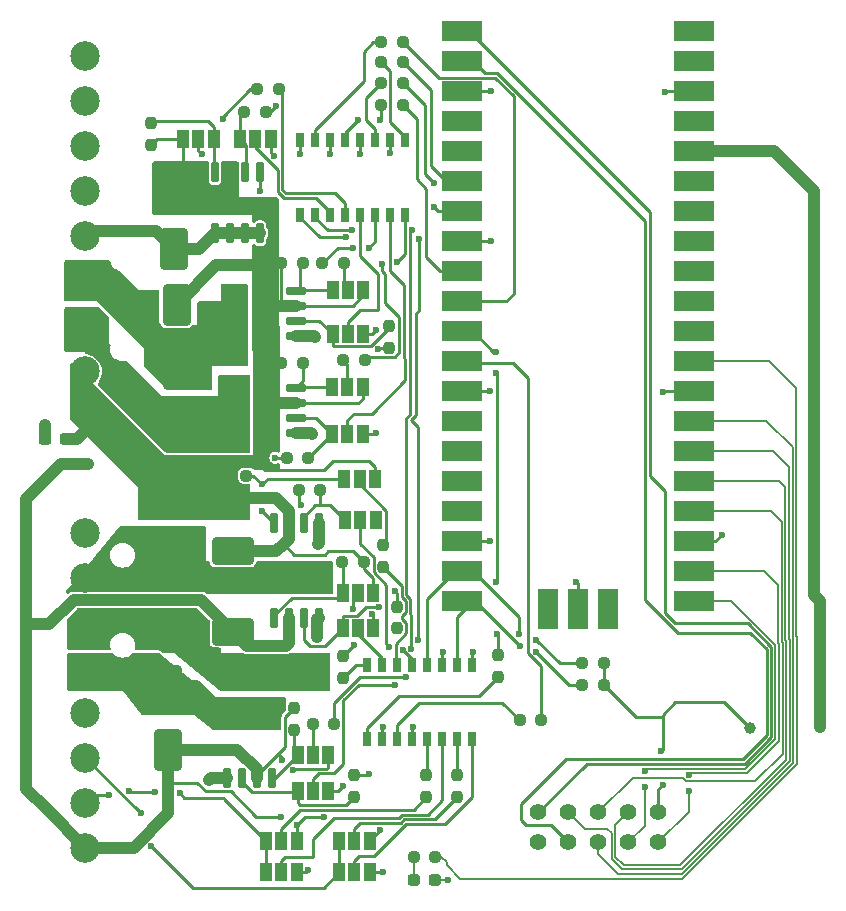
<source format=gtl>
%TF.GenerationSoftware,KiCad,Pcbnew,7.0.5-7.0.5~ubuntu22.04.1*%
%TF.CreationDate,2023-07-07T22:55:56+02:00*%
%TF.ProjectId,door_if3_usb_machine,646f6f72-5f69-4663-935f-7573625f6d61,rev?*%
%TF.SameCoordinates,Original*%
%TF.FileFunction,Copper,L1,Top*%
%TF.FilePolarity,Positive*%
%FSLAX46Y46*%
G04 Gerber Fmt 4.6, Leading zero omitted, Abs format (unit mm)*
G04 Created by KiCad (PCBNEW 7.0.5-7.0.5~ubuntu22.04.1) date 2023-07-07 22:55:56*
%MOMM*%
%LPD*%
G01*
G04 APERTURE LIST*
G04 Aperture macros list*
%AMRoundRect*
0 Rectangle with rounded corners*
0 $1 Rounding radius*
0 $2 $3 $4 $5 $6 $7 $8 $9 X,Y pos of 4 corners*
0 Add a 4 corners polygon primitive as box body*
4,1,4,$2,$3,$4,$5,$6,$7,$8,$9,$2,$3,0*
0 Add four circle primitives for the rounded corners*
1,1,$1+$1,$2,$3*
1,1,$1+$1,$4,$5*
1,1,$1+$1,$6,$7*
1,1,$1+$1,$8,$9*
0 Add four rect primitives between the rounded corners*
20,1,$1+$1,$2,$3,$4,$5,0*
20,1,$1+$1,$4,$5,$6,$7,0*
20,1,$1+$1,$6,$7,$8,$9,0*
20,1,$1+$1,$8,$9,$2,$3,0*%
G04 Aperture macros list end*
%TA.AperFunction,ComponentPad*%
%ADD10C,2.500000*%
%TD*%
%TA.AperFunction,SMDPad,CuDef*%
%ADD11RoundRect,0.237500X0.250000X0.237500X-0.250000X0.237500X-0.250000X-0.237500X0.250000X-0.237500X0*%
%TD*%
%TA.AperFunction,SMDPad,CuDef*%
%ADD12RoundRect,0.250000X0.900000X-1.500000X0.900000X1.500000X-0.900000X1.500000X-0.900000X-1.500000X0*%
%TD*%
%TA.AperFunction,SMDPad,CuDef*%
%ADD13RoundRect,0.237500X-0.250000X-0.237500X0.250000X-0.237500X0.250000X0.237500X-0.250000X0.237500X0*%
%TD*%
%TA.AperFunction,ComponentPad*%
%ADD14C,1.422400*%
%TD*%
%TA.AperFunction,SMDPad,CuDef*%
%ADD15RoundRect,0.250000X1.500000X0.900000X-1.500000X0.900000X-1.500000X-0.900000X1.500000X-0.900000X0*%
%TD*%
%TA.AperFunction,SMDPad,CuDef*%
%ADD16R,1.000000X1.500000*%
%TD*%
%TA.AperFunction,SMDPad,CuDef*%
%ADD17RoundRect,0.150000X0.725000X0.150000X-0.725000X0.150000X-0.725000X-0.150000X0.725000X-0.150000X0*%
%TD*%
%TA.AperFunction,SMDPad,CuDef*%
%ADD18R,0.800000X1.300000*%
%TD*%
%TA.AperFunction,SMDPad,CuDef*%
%ADD19RoundRect,0.237500X0.237500X-0.250000X0.237500X0.250000X-0.237500X0.250000X-0.237500X-0.250000X0*%
%TD*%
%TA.AperFunction,SMDPad,CuDef*%
%ADD20RoundRect,0.237500X-0.237500X0.250000X-0.237500X-0.250000X0.237500X-0.250000X0.237500X0.250000X0*%
%TD*%
%TA.AperFunction,SMDPad,CuDef*%
%ADD21RoundRect,0.150000X-0.150000X0.725000X-0.150000X-0.725000X0.150000X-0.725000X0.150000X0.725000X0*%
%TD*%
%TA.AperFunction,SMDPad,CuDef*%
%ADD22RoundRect,0.237500X0.287500X0.237500X-0.287500X0.237500X-0.287500X-0.237500X0.287500X-0.237500X0*%
%TD*%
%TA.AperFunction,SMDPad,CuDef*%
%ADD23RoundRect,0.237500X0.300000X0.237500X-0.300000X0.237500X-0.300000X-0.237500X0.300000X-0.237500X0*%
%TD*%
%TA.AperFunction,SMDPad,CuDef*%
%ADD24RoundRect,0.250000X-0.900000X1.500000X-0.900000X-1.500000X0.900000X-1.500000X0.900000X1.500000X0*%
%TD*%
%TA.AperFunction,SMDPad,CuDef*%
%ADD25RoundRect,0.150000X0.150000X-0.725000X0.150000X0.725000X-0.150000X0.725000X-0.150000X-0.725000X0*%
%TD*%
%TA.AperFunction,SMDPad,CuDef*%
%ADD26R,3.500000X1.700000*%
%TD*%
%TA.AperFunction,SMDPad,CuDef*%
%ADD27R,1.700000X3.500000*%
%TD*%
%TA.AperFunction,ViaPad*%
%ADD28C,0.600000*%
%TD*%
%TA.AperFunction,ViaPad*%
%ADD29C,1.000000*%
%TD*%
%TA.AperFunction,Conductor*%
%ADD30C,0.250000*%
%TD*%
%TA.AperFunction,Conductor*%
%ADD31C,1.000000*%
%TD*%
%TA.AperFunction,Conductor*%
%ADD32C,0.150000*%
%TD*%
G04 APERTURE END LIST*
D10*
%TO.P,J3,1,Pin_1*%
%TO.N,+24V*%
X114000000Y-93670000D03*
%TO.P,J3,2,Pin_2*%
%TO.N,OUT1*%
X114000000Y-89860000D03*
%TO.P,J3,3,Pin_3*%
%TO.N,OUT2*%
X114000000Y-86050000D03*
%TO.P,J3,4,Pin_4*%
%TO.N,OUT3*%
X114000000Y-82240000D03*
%TO.P,J3,5,Pin_5*%
%TO.N,unconnected-(J3-Pin_5-Pad5)*%
X114000000Y-78430000D03*
%TO.P,J3,6,Pin_6*%
%TO.N,unconnected-(J3-Pin_6-Pad6)*%
X114000000Y-74620000D03*
%TO.P,J3,7,Pin_7*%
%TO.N,unconnected-(J3-Pin_7-Pad7)*%
X114000000Y-70810000D03*
%TO.P,J3,8,Pin_8*%
%TO.N,GNDA*%
X114000000Y-67000000D03*
%TD*%
%TO.P,J1,1,Pin_1*%
%TO.N,+24V*%
X114000000Y-134000000D03*
%TO.P,J1,2,Pin_2*%
%TO.N,IN1*%
X114000000Y-130190000D03*
%TO.P,J1,3,Pin_3*%
%TO.N,IN2*%
X114000000Y-126380000D03*
%TO.P,J1,4,Pin_4*%
%TO.N,unconnected-(J1-Pin_4-Pad4)*%
X114000000Y-122570000D03*
%TO.P,J1,5,Pin_5*%
%TO.N,OUT4*%
X114000000Y-118760000D03*
%TO.P,J1,6,Pin_6*%
%TO.N,OUT5*%
X114000000Y-114950000D03*
%TO.P,J1,7,Pin_7*%
%TO.N,OUT6*%
X114000000Y-111140000D03*
%TO.P,J1,8,Pin_8*%
%TO.N,GNDA*%
X114000000Y-107330000D03*
%TD*%
D11*
%TO.P,R3,1*%
%TO.N,S_OUT4*%
X140912500Y-65800000D03*
%TO.P,R3,2*%
%TO.N,Net-(R3-Pad2)*%
X139087500Y-65800000D03*
%TD*%
%TO.P,R22,1*%
%TO.N,Net-(R22-Pad1)*%
X137662500Y-92750000D03*
%TO.P,R22,2*%
%TO.N,Net-(JP17-C)*%
X135837500Y-92750000D03*
%TD*%
D12*
%TO.P,D8,1,K*%
%TO.N,+24V*%
X121000000Y-125700000D03*
%TO.P,D8,2,A*%
%TO.N,OUT4*%
X121000000Y-120300000D03*
%TD*%
D13*
%TO.P,R26,1*%
%TO.N,GNDA*%
X131087500Y-101000000D03*
%TO.P,R26,2*%
%TO.N,Net-(JP18-A)*%
X132912500Y-101000000D03*
%TD*%
D14*
%TO.P,J2,1,Pin_1*%
%TO.N,+3V3*%
X162540000Y-131000000D03*
%TO.P,J2,2,Pin_2*%
%TO.N,SPI_CS*%
X162540000Y-133540000D03*
%TO.P,J2,3,Pin_3*%
%TO.N,SPI_MOSI*%
X160000000Y-131000000D03*
%TO.P,J2,4,Pin_4*%
%TO.N,SPI_MISO*%
X160000000Y-133540000D03*
%TO.P,J2,5,Pin_5*%
%TO.N,SPI_CLK*%
X157460000Y-131000000D03*
%TO.P,J2,6,Pin_6*%
%TO.N,I2C_SCL*%
X157460000Y-133540000D03*
%TO.P,J2,7,Pin_7*%
%TO.N,I2C_SDA*%
X154920000Y-131000000D03*
%TO.P,J2,8,Pin_8*%
%TO.N,UART_RX*%
X154920000Y-133540000D03*
%TO.P,J2,9,Pin_9*%
%TO.N,UART_TX*%
X152380000Y-131000000D03*
%TO.P,J2,10,Pin_10*%
%TO.N,GND*%
X152380000Y-133540000D03*
%TD*%
D15*
%TO.P,D12,1,K*%
%TO.N,+24V*%
X126500000Y-108900000D03*
%TO.P,D12,2,A*%
%TO.N,OUT6*%
X121100000Y-108900000D03*
%TD*%
D13*
%TO.P,R1,1*%
%TO.N,Net-(D1-A)*%
X141837500Y-134750000D03*
%TO.P,R1,2*%
%TO.N,O_LED*%
X143662500Y-134750000D03*
%TD*%
D16*
%TO.P,JP1,1,A*%
%TO.N,+24V*%
X122300000Y-74000000D03*
%TO.P,JP1,2,C*%
%TO.N,Net-(JP1-C)*%
X123600000Y-74000000D03*
%TO.P,JP1,3,B*%
%TO.N,Net-(JP1-B)*%
X124900000Y-74000000D03*
%TD*%
D11*
%TO.P,R4,1*%
%TO.N,Net-(R4-Pad1)*%
X130412500Y-69800000D03*
%TO.P,R4,2*%
%TO.N,Net-(JP1-C)*%
X128587500Y-69800000D03*
%TD*%
D17*
%TO.P,Q1,1,S1*%
%TO.N,GNDA*%
X131825000Y-98905000D03*
%TO.P,Q1,2,G1*%
%TO.N,Net-(JP18-A)*%
X131825000Y-97635000D03*
%TO.P,Q1,3,S2*%
%TO.N,+24V*%
X131825000Y-96365000D03*
%TO.P,Q1,4,G2*%
%TO.N,Net-(JP17-B)*%
X131825000Y-95095000D03*
%TO.P,Q1,5,D*%
%TO.N,OUT1*%
X126675000Y-95095000D03*
%TO.P,Q1,6,D*%
X126675000Y-96365000D03*
%TO.P,Q1,7,D*%
X126675000Y-97635000D03*
%TO.P,Q1,8,D*%
X126675000Y-98905000D03*
%TD*%
D13*
%TO.P,R15,1*%
%TO.N,GNDA*%
X132087500Y-103750000D03*
%TO.P,R15,2*%
%TO.N,Net-(JP8-A)*%
X133912500Y-103750000D03*
%TD*%
%TO.P,R16,1*%
%TO.N,Net-(JP5-B)*%
X135787500Y-109800000D03*
%TO.P,R16,2*%
%TO.N,+24V*%
X137612500Y-109800000D03*
%TD*%
D17*
%TO.P,Q2,1,S1*%
%TO.N,GNDA*%
X131825000Y-90655000D03*
%TO.P,Q2,2,G1*%
%TO.N,Net-(JP20-A)*%
X131825000Y-89385000D03*
%TO.P,Q2,3,S2*%
%TO.N,+24V*%
X131825000Y-88115000D03*
%TO.P,Q2,4,G2*%
%TO.N,Net-(JP19-B)*%
X131825000Y-86845000D03*
%TO.P,Q2,5,D*%
%TO.N,OUT2*%
X126675000Y-86845000D03*
%TO.P,Q2,6,D*%
X126675000Y-88115000D03*
%TO.P,Q2,7,D*%
X126675000Y-89385000D03*
%TO.P,Q2,8,D*%
X126675000Y-90655000D03*
%TD*%
D18*
%TO.P,U2,1*%
%TO.N,Net-(R10-Pad2)*%
X137880000Y-124800000D03*
%TO.P,U2,2*%
%TO.N,GND*%
X139160000Y-124800000D03*
%TO.P,U2,3*%
%TO.N,Net-(R11-Pad2)*%
X140420000Y-124800000D03*
%TO.P,U2,4*%
%TO.N,GND*%
X141690000Y-124800000D03*
%TO.P,U2,5*%
%TO.N,Net-(R24-Pad1)*%
X142970000Y-124800000D03*
%TO.P,U2,6*%
%TO.N,Net-(JP10-C)*%
X144240000Y-124800000D03*
%TO.P,U2,7*%
%TO.N,Net-(R25-Pad1)*%
X145500000Y-124800000D03*
%TO.P,U2,8*%
%TO.N,Net-(JP12-C)*%
X146780000Y-124800000D03*
%TO.P,U2,9*%
%TO.N,GND*%
X146780000Y-118500000D03*
%TO.P,U2,10*%
%TO.N,S_IN2*%
X145500000Y-118500000D03*
%TO.P,U2,11*%
%TO.N,GND*%
X144240000Y-118500000D03*
%TO.P,U2,12*%
%TO.N,S_IN1*%
X142970000Y-118500000D03*
%TO.P,U2,13*%
%TO.N,Net-(JP8-C)*%
X141690000Y-118500000D03*
%TO.P,U2,14*%
%TO.N,Net-(R13-Pad1)*%
X140420000Y-118500000D03*
%TO.P,U2,15*%
%TO.N,Net-(JP6-C)*%
X139160000Y-118500000D03*
%TO.P,U2,16*%
%TO.N,Net-(R12-Pad1)*%
X137880000Y-118500000D03*
%TD*%
D19*
%TO.P,R27,1*%
%TO.N,GNDA*%
X139750000Y-91662500D03*
%TO.P,R27,2*%
%TO.N,Net-(JP20-A)*%
X139750000Y-89837500D03*
%TD*%
D20*
%TO.P,R24,1*%
%TO.N,Net-(R24-Pad1)*%
X142900000Y-127887500D03*
%TO.P,R24,2*%
%TO.N,Net-(JP9-C)*%
X142900000Y-129712500D03*
%TD*%
D16*
%TO.P,JP8,1,A*%
%TO.N,Net-(JP8-A)*%
X136000000Y-106250000D03*
%TO.P,JP8,2,C*%
%TO.N,Net-(JP8-C)*%
X137300000Y-106250000D03*
%TO.P,JP8,3,B*%
%TO.N,GNDA*%
X138600000Y-106250000D03*
%TD*%
D20*
%TO.P,R25,1*%
%TO.N,Net-(R25-Pad1)*%
X145500000Y-127887500D03*
%TO.P,R25,2*%
%TO.N,Net-(JP11-C)*%
X145500000Y-129712500D03*
%TD*%
D11*
%TO.P,R17,1*%
%TO.N,Net-(JP7-B)*%
X127662500Y-102500000D03*
%TO.P,R17,2*%
%TO.N,+24V*%
X125837500Y-102500000D03*
%TD*%
D13*
%TO.P,R23,1*%
%TO.N,Net-(R23-Pad1)*%
X134087500Y-84500000D03*
%TO.P,R23,2*%
%TO.N,Net-(JP19-C)*%
X135912500Y-84500000D03*
%TD*%
D11*
%TO.P,R5,1*%
%TO.N,Net-(R5-Pad1)*%
X135112500Y-123500000D03*
%TO.P,R5,2*%
%TO.N,Net-(JP3-C)*%
X133287500Y-123500000D03*
%TD*%
D12*
%TO.P,D2,1,K*%
%TO.N,+24V*%
X121750000Y-103700000D03*
%TO.P,D2,2,A*%
%TO.N,OUT1*%
X121750000Y-98300000D03*
%TD*%
D15*
%TO.P,D10,1,K*%
%TO.N,+24V*%
X126500000Y-115700000D03*
%TO.P,D10,2,A*%
%TO.N,OUT5*%
X121100000Y-115700000D03*
%TD*%
D21*
%TO.P,Q5,1,S1*%
%TO.N,GNDA*%
X133805000Y-114525000D03*
%TO.P,Q5,2,G1*%
%TO.N,Net-(JP6-A)*%
X132535000Y-114525000D03*
%TO.P,Q5,3,S2*%
%TO.N,+24V*%
X131265000Y-114525000D03*
%TO.P,Q5,4,G2*%
%TO.N,Net-(JP5-B)*%
X129995000Y-114525000D03*
%TO.P,Q5,5,D*%
%TO.N,OUT5*%
X129995000Y-119675000D03*
%TO.P,Q5,6,D*%
X131265000Y-119675000D03*
%TO.P,Q5,7,D*%
X132535000Y-119675000D03*
%TO.P,Q5,8,D*%
X133805000Y-119675000D03*
%TD*%
D16*
%TO.P,JP18,1,A*%
%TO.N,Net-(JP18-A)*%
X134900000Y-99000000D03*
%TO.P,JP18,2,C*%
%TO.N,Net-(JP18-C)*%
X136200000Y-99000000D03*
%TO.P,JP18,3,B*%
%TO.N,GNDA*%
X137500000Y-99000000D03*
%TD*%
D11*
%TO.P,R18,1*%
%TO.N,S_OUT1*%
X140912500Y-67500000D03*
%TO.P,R18,2*%
%TO.N,Net-(R18-Pad2)*%
X139087500Y-67500000D03*
%TD*%
D19*
%TO.P,R14,1*%
%TO.N,GNDA*%
X140400000Y-115412500D03*
%TO.P,R14,2*%
%TO.N,Net-(JP6-A)*%
X140400000Y-113587500D03*
%TD*%
D11*
%TO.P,R11,1*%
%TO.N,S_OUT6*%
X152612500Y-123200000D03*
%TO.P,R11,2*%
%TO.N,Net-(R11-Pad2)*%
X150787500Y-123200000D03*
%TD*%
D21*
%TO.P,Q3,1,S1*%
%TO.N,GNDA*%
X128805000Y-76825000D03*
%TO.P,Q3,2,G1*%
%TO.N,Net-(JP2-A)*%
X127535000Y-76825000D03*
%TO.P,Q3,3,S2*%
%TO.N,+24V*%
X126265000Y-76825000D03*
%TO.P,Q3,4,G2*%
%TO.N,Net-(JP1-B)*%
X124995000Y-76825000D03*
%TO.P,Q3,5,D*%
%TO.N,OUT3*%
X124995000Y-81975000D03*
%TO.P,Q3,6,D*%
X126265000Y-81975000D03*
%TO.P,Q3,7,D*%
X127535000Y-81975000D03*
%TO.P,Q3,8,D*%
X128805000Y-81975000D03*
%TD*%
D11*
%TO.P,R2,1*%
%TO.N,S_OUT3*%
X140912500Y-71100000D03*
%TO.P,R2,2*%
%TO.N,Net-(R2-Pad2)*%
X139087500Y-71100000D03*
%TD*%
D20*
%TO.P,R8,1*%
%TO.N,Net-(JP1-B)*%
X119600000Y-72687500D03*
%TO.P,R8,2*%
%TO.N,+24V*%
X119600000Y-74512500D03*
%TD*%
D16*
%TO.P,JP5,1,A*%
%TO.N,+24V*%
X138400000Y-112442500D03*
%TO.P,JP5,2,C*%
%TO.N,Net-(JP5-C)*%
X137100000Y-112442500D03*
%TO.P,JP5,3,B*%
%TO.N,Net-(JP5-B)*%
X135800000Y-112442500D03*
%TD*%
%TO.P,JP19,1,A*%
%TO.N,+24V*%
X137550000Y-86750000D03*
%TO.P,JP19,2,C*%
%TO.N,Net-(JP19-C)*%
X136250000Y-86750000D03*
%TO.P,JP19,3,B*%
%TO.N,Net-(JP19-B)*%
X134950000Y-86750000D03*
%TD*%
D22*
%TO.P,D1,1,K*%
%TO.N,GND*%
X143625000Y-136750000D03*
%TO.P,D1,2,A*%
%TO.N,Net-(D1-A)*%
X141875000Y-136750000D03*
%TD*%
D20*
%TO.P,R10,1*%
%TO.N,S_OUT5*%
X149000000Y-117687500D03*
%TO.P,R10,2*%
%TO.N,Net-(R10-Pad2)*%
X149000000Y-119512500D03*
%TD*%
D19*
%TO.P,R9,1*%
%TO.N,Net-(JP3-B)*%
X131700000Y-124012500D03*
%TO.P,R9,2*%
%TO.N,+24V*%
X131700000Y-122187500D03*
%TD*%
D11*
%TO.P,R20,1*%
%TO.N,+3V3*%
X157912500Y-118400000D03*
%TO.P,R20,2*%
%TO.N,S_IN1*%
X156087500Y-118400000D03*
%TD*%
D23*
%TO.P,C1,1*%
%TO.N,+24V*%
X112362500Y-99400000D03*
%TO.P,C1,2*%
%TO.N,GNDA*%
X110637500Y-99400000D03*
%TD*%
D24*
%TO.P,D6,1,K*%
%TO.N,+24V*%
X121500000Y-77900000D03*
%TO.P,D6,2,A*%
%TO.N,OUT3*%
X121500000Y-83300000D03*
%TD*%
D16*
%TO.P,JP3,1,A*%
%TO.N,+24V*%
X134600000Y-126142500D03*
%TO.P,JP3,2,C*%
%TO.N,Net-(JP3-C)*%
X133300000Y-126142500D03*
%TO.P,JP3,3,B*%
%TO.N,Net-(JP3-B)*%
X132000000Y-126142500D03*
%TD*%
D18*
%TO.P,U4,1*%
%TO.N,Net-(R18-Pad2)*%
X141100000Y-74100000D03*
%TO.P,U4,2*%
%TO.N,GND*%
X139820000Y-74100000D03*
%TO.P,U4,3*%
%TO.N,Net-(R19-Pad2)*%
X138560000Y-74100000D03*
%TO.P,U4,4*%
%TO.N,GND*%
X137290000Y-74100000D03*
%TO.P,U4,5*%
%TO.N,Net-(R2-Pad2)*%
X136010000Y-74100000D03*
%TO.P,U4,6*%
%TO.N,GND*%
X134740000Y-74100000D03*
%TO.P,U4,7*%
%TO.N,Net-(R3-Pad2)*%
X133480000Y-74100000D03*
%TO.P,U4,8*%
%TO.N,GND*%
X132200000Y-74100000D03*
%TO.P,U4,9*%
%TO.N,Net-(JP4-C)*%
X132200000Y-80400000D03*
%TO.P,U4,10*%
%TO.N,Net-(R5-Pad1)*%
X133480000Y-80400000D03*
%TO.P,U4,11*%
%TO.N,Net-(JP2-C)*%
X134740000Y-80400000D03*
%TO.P,U4,12*%
%TO.N,Net-(R4-Pad1)*%
X136010000Y-80400000D03*
%TO.P,U4,13*%
%TO.N,Net-(JP20-C)*%
X137290000Y-80400000D03*
%TO.P,U4,14*%
%TO.N,Net-(R23-Pad1)*%
X138560000Y-80400000D03*
%TO.P,U4,15*%
%TO.N,Net-(JP18-C)*%
X139820000Y-80400000D03*
%TO.P,U4,16*%
%TO.N,Net-(R22-Pad1)*%
X141100000Y-80400000D03*
%TD*%
D19*
%TO.P,R13,1*%
%TO.N,Net-(R13-Pad1)*%
X139200000Y-110212500D03*
%TO.P,R13,2*%
%TO.N,Net-(JP7-C)*%
X139200000Y-108387500D03*
%TD*%
D16*
%TO.P,JP20,1,A*%
%TO.N,Net-(JP20-A)*%
X134950000Y-90500000D03*
%TO.P,JP20,2,C*%
%TO.N,Net-(JP20-C)*%
X136250000Y-90500000D03*
%TO.P,JP20,3,B*%
%TO.N,GNDA*%
X137550000Y-90500000D03*
%TD*%
D25*
%TO.P,Q4,1,S1*%
%TO.N,GNDA*%
X125995000Y-128075000D03*
%TO.P,Q4,2,G1*%
%TO.N,Net-(JP4-A)*%
X127265000Y-128075000D03*
%TO.P,Q4,3,S2*%
%TO.N,+24V*%
X128535000Y-128075000D03*
%TO.P,Q4,4,G2*%
%TO.N,Net-(JP3-B)*%
X129805000Y-128075000D03*
%TO.P,Q4,5,D*%
%TO.N,OUT4*%
X129805000Y-122925000D03*
%TO.P,Q4,6,D*%
X128535000Y-122925000D03*
%TO.P,Q4,7,D*%
X127265000Y-122925000D03*
%TO.P,Q4,8,D*%
X125995000Y-122925000D03*
%TD*%
D11*
%TO.P,R19,1*%
%TO.N,S_OUT2*%
X140912500Y-69250000D03*
%TO.P,R19,2*%
%TO.N,Net-(R19-Pad2)*%
X139087500Y-69250000D03*
%TD*%
D16*
%TO.P,JP4,1,A*%
%TO.N,Net-(JP4-A)*%
X132000000Y-129200000D03*
%TO.P,JP4,2,C*%
%TO.N,Net-(JP4-C)*%
X133300000Y-129200000D03*
%TO.P,JP4,3,B*%
%TO.N,GNDA*%
X134600000Y-129200000D03*
%TD*%
D21*
%TO.P,Q6,1,S1*%
%TO.N,GNDA*%
X133805000Y-106525000D03*
%TO.P,Q6,2,G1*%
%TO.N,Net-(JP8-A)*%
X132535000Y-106525000D03*
%TO.P,Q6,3,S2*%
%TO.N,+24V*%
X131265000Y-106525000D03*
%TO.P,Q6,4,G2*%
%TO.N,Net-(JP7-B)*%
X129995000Y-106525000D03*
%TO.P,Q6,5,D*%
%TO.N,OUT6*%
X129995000Y-111675000D03*
%TO.P,Q6,6,D*%
X131265000Y-111675000D03*
%TO.P,Q6,7,D*%
X132535000Y-111675000D03*
%TO.P,Q6,8,D*%
X133805000Y-111675000D03*
%TD*%
D19*
%TO.P,R12,1*%
%TO.N,Net-(R12-Pad1)*%
X135800000Y-119612500D03*
%TO.P,R12,2*%
%TO.N,Net-(JP5-C)*%
X135800000Y-117787500D03*
%TD*%
D16*
%TO.P,JP12,1,A*%
%TO.N,GNDA*%
X138100000Y-136100000D03*
%TO.P,JP12,2,C*%
%TO.N,Net-(JP12-C)*%
X136800000Y-136100000D03*
%TO.P,JP12,3,B*%
%TO.N,IN2*%
X135500000Y-136100000D03*
%TD*%
%TO.P,JP7,1,A*%
%TO.N,+24V*%
X138550000Y-102750000D03*
%TO.P,JP7,2,C*%
%TO.N,Net-(JP7-C)*%
X137250000Y-102750000D03*
%TO.P,JP7,3,B*%
%TO.N,Net-(JP7-B)*%
X135950000Y-102750000D03*
%TD*%
D11*
%TO.P,R6,1*%
%TO.N,GNDA*%
X129312500Y-71700000D03*
%TO.P,R6,2*%
%TO.N,Net-(JP2-A)*%
X127487500Y-71700000D03*
%TD*%
D16*
%TO.P,JP9,1,A*%
%TO.N,+24V*%
X131900000Y-133400000D03*
%TO.P,JP9,2,C*%
%TO.N,Net-(JP9-C)*%
X130600000Y-133400000D03*
%TO.P,JP9,3,B*%
%TO.N,IN1*%
X129300000Y-133400000D03*
%TD*%
D11*
%TO.P,R21,1*%
%TO.N,+3V3*%
X157912500Y-120200000D03*
%TO.P,R21,2*%
%TO.N,S_IN2*%
X156087500Y-120200000D03*
%TD*%
D16*
%TO.P,JP17,1,A*%
%TO.N,+24V*%
X137500000Y-95000000D03*
%TO.P,JP17,2,C*%
%TO.N,Net-(JP17-C)*%
X136200000Y-95000000D03*
%TO.P,JP17,3,B*%
%TO.N,Net-(JP17-B)*%
X134900000Y-95000000D03*
%TD*%
%TO.P,JP2,1,A*%
%TO.N,Net-(JP2-A)*%
X127100000Y-74000000D03*
%TO.P,JP2,2,C*%
%TO.N,Net-(JP2-C)*%
X128400000Y-74000000D03*
%TO.P,JP2,3,B*%
%TO.N,GNDA*%
X129700000Y-74000000D03*
%TD*%
%TO.P,JP6,1,A*%
%TO.N,Net-(JP6-A)*%
X135800000Y-115400000D03*
%TO.P,JP6,2,C*%
%TO.N,Net-(JP6-C)*%
X137100000Y-115400000D03*
%TO.P,JP6,3,B*%
%TO.N,GNDA*%
X138400000Y-115400000D03*
%TD*%
D11*
%TO.P,R28,1*%
%TO.N,Net-(JP17-B)*%
X132412500Y-93000000D03*
%TO.P,R28,2*%
%TO.N,+24V*%
X130587500Y-93000000D03*
%TD*%
D16*
%TO.P,JP11,1,A*%
%TO.N,+24V*%
X138100000Y-133400000D03*
%TO.P,JP11,2,C*%
%TO.N,Net-(JP11-C)*%
X136800000Y-133400000D03*
%TO.P,JP11,3,B*%
%TO.N,IN2*%
X135500000Y-133400000D03*
%TD*%
D24*
%TO.P,D4,1,K*%
%TO.N,+24V*%
X121750000Y-88050000D03*
%TO.P,D4,2,A*%
%TO.N,OUT2*%
X121750000Y-93450000D03*
%TD*%
D11*
%TO.P,R29,1*%
%TO.N,Net-(JP19-B)*%
X132412500Y-84500000D03*
%TO.P,R29,2*%
%TO.N,+24V*%
X130587500Y-84500000D03*
%TD*%
D26*
%TO.P,U1,1,GPIO0*%
%TO.N,UART_TX*%
X145935000Y-64870000D03*
%TO.P,U1,2,GPIO1*%
%TO.N,UART_RX*%
X145935000Y-67410000D03*
%TO.P,U1,3,GND*%
%TO.N,GND*%
X145935000Y-69950000D03*
%TO.P,U1,4,GPIO2*%
%TO.N,unconnected-(U1-GPIO2-Pad4)*%
X145935000Y-72490000D03*
%TO.P,U1,5,GPIO3*%
%TO.N,unconnected-(U1-GPIO3-Pad5)*%
X145935000Y-75030000D03*
%TO.P,U1,6,GPIO4*%
%TO.N,S_OUT1*%
X145935000Y-77570000D03*
%TO.P,U1,7,GPIO5*%
%TO.N,S_OUT2*%
X145935000Y-80110000D03*
%TO.P,U1,8,GND*%
%TO.N,GND*%
X145935000Y-82650000D03*
%TO.P,U1,9,GPIO6*%
%TO.N,S_OUT3*%
X145935000Y-85190000D03*
%TO.P,U1,10,GPIO7*%
%TO.N,S_OUT4*%
X145935000Y-87730000D03*
%TO.P,U1,11,GPIO8*%
%TO.N,S_OUT5*%
X145935000Y-90270000D03*
%TO.P,U1,12,GPIO9*%
%TO.N,S_OUT6*%
X145935000Y-92810000D03*
%TO.P,U1,13,GND*%
%TO.N,GND*%
X145935000Y-95350000D03*
%TO.P,U1,14,GPIO10*%
%TO.N,unconnected-(U1-GPIO10-Pad14)*%
X145935000Y-97890000D03*
%TO.P,U1,15,GPIO11*%
%TO.N,unconnected-(U1-GPIO11-Pad15)*%
X145935000Y-100430000D03*
%TO.P,U1,16,GPIO12*%
%TO.N,unconnected-(U1-GPIO12-Pad16)*%
X145935000Y-102970000D03*
%TO.P,U1,17,GPIO13*%
%TO.N,unconnected-(U1-GPIO13-Pad17)*%
X145935000Y-105510000D03*
%TO.P,U1,18,GND*%
%TO.N,GND*%
X145935000Y-108050000D03*
%TO.P,U1,19,GPIO14*%
%TO.N,S_IN1*%
X145935000Y-110590000D03*
%TO.P,U1,20,GPIO15*%
%TO.N,S_IN2*%
X145935000Y-113130000D03*
%TO.P,U1,21,GPIO16*%
%TO.N,SPI_MISO*%
X165515000Y-113130000D03*
%TO.P,U1,22,GPIO17*%
%TO.N,SPI_CS*%
X165515000Y-110590000D03*
%TO.P,U1,23,GND*%
%TO.N,GND*%
X165515000Y-108050000D03*
%TO.P,U1,24,GPIO18*%
%TO.N,SPI_CLK*%
X165515000Y-105510000D03*
%TO.P,U1,25,GPIO19*%
%TO.N,SPI_MOSI*%
X165515000Y-102970000D03*
%TO.P,U1,26,GPIO20*%
%TO.N,I2C_SDA*%
X165515000Y-100430000D03*
%TO.P,U1,27,GPIO21*%
%TO.N,I2C_SCL*%
X165515000Y-97890000D03*
%TO.P,U1,28,GND*%
%TO.N,GND*%
X165515000Y-95350000D03*
%TO.P,U1,29,GPIO22*%
%TO.N,O_LED*%
X165515000Y-92810000D03*
%TO.P,U1,30,RUN*%
%TO.N,unconnected-(U1-RUN-Pad30)*%
X165515000Y-90270000D03*
%TO.P,U1,31,GPIO26_ADC0*%
%TO.N,unconnected-(U1-GPIO26_ADC0-Pad31)*%
X165515000Y-87730000D03*
%TO.P,U1,32,GPIO27_ADC1*%
%TO.N,unconnected-(U1-GPIO27_ADC1-Pad32)*%
X165515000Y-85190000D03*
%TO.P,U1,33,AGND*%
%TO.N,unconnected-(U1-AGND-Pad33)*%
X165515000Y-82650000D03*
%TO.P,U1,34,GPIO28_ADC2*%
%TO.N,unconnected-(U1-GPIO28_ADC2-Pad34)*%
X165515000Y-80110000D03*
%TO.P,U1,35,ADC_VREF*%
%TO.N,unconnected-(U1-ADC_VREF-Pad35)*%
X165515000Y-77570000D03*
%TO.P,U1,36,3V3*%
%TO.N,+3V3*%
X165515000Y-75030000D03*
%TO.P,U1,37,3V3_EN*%
%TO.N,unconnected-(U1-3V3_EN-Pad37)*%
X165515000Y-72490000D03*
%TO.P,U1,38,GND*%
%TO.N,GND*%
X165515000Y-69950000D03*
%TO.P,U1,39,VSYS*%
%TO.N,unconnected-(U1-VSYS-Pad39)*%
X165515000Y-67410000D03*
%TO.P,U1,40,VBUS*%
%TO.N,unconnected-(U1-VBUS-Pad40)*%
X165515000Y-64870000D03*
D27*
%TO.P,U1,41,SWCLK*%
%TO.N,unconnected-(U1-SWCLK-Pad41)*%
X153185000Y-113800000D03*
%TO.P,U1,42,GND*%
%TO.N,GND*%
X155725000Y-113800000D03*
%TO.P,U1,43,SWDIO*%
%TO.N,unconnected-(U1-SWDIO-Pad43)*%
X158265000Y-113800000D03*
%TD*%
D20*
%TO.P,R7,1*%
%TO.N,GNDA*%
X136800000Y-127887500D03*
%TO.P,R7,2*%
%TO.N,Net-(JP4-A)*%
X136800000Y-129712500D03*
%TD*%
D16*
%TO.P,JP10,1,A*%
%TO.N,GNDA*%
X131900000Y-136100000D03*
%TO.P,JP10,2,C*%
%TO.N,Net-(JP10-C)*%
X130600000Y-136100000D03*
%TO.P,JP10,3,B*%
%TO.N,IN1*%
X129300000Y-136100000D03*
%TD*%
D28*
%TO.N,+24V*%
X130700000Y-126600000D03*
X134200000Y-131400000D03*
X139000000Y-132500000D03*
D29*
X116750000Y-99250000D03*
D28*
X131900000Y-132100000D03*
X131600000Y-127400000D03*
X130600000Y-131400000D03*
D29*
X114250000Y-101500000D03*
D28*
%TO.N,GNDA*%
X138000000Y-127800000D03*
D29*
X133500000Y-90750000D03*
D28*
X110600000Y-98200000D03*
D29*
X133250000Y-99000000D03*
D28*
X132900000Y-135900000D03*
X138600000Y-90200000D03*
D29*
X133658075Y-116124994D03*
D28*
X130000000Y-75400000D03*
X138289490Y-114217002D03*
X138600000Y-98900000D03*
X138800000Y-91800000D03*
X128800000Y-78400000D03*
D29*
X124500000Y-128250000D03*
D28*
X132250000Y-105000000D03*
X138800000Y-106281587D03*
D29*
X133750000Y-108250000D03*
D28*
X139200000Y-136100000D03*
X135800000Y-128800000D03*
X140625000Y-115496818D03*
X130125000Y-71200000D03*
X130100000Y-101000000D03*
%TO.N,GND*%
X148400000Y-82600000D03*
X155600000Y-111500000D03*
X134700000Y-75300000D03*
X148300000Y-108000000D03*
X146800000Y-117400000D03*
X162900000Y-95400000D03*
X148400000Y-69900000D03*
X139250000Y-123750000D03*
X141750000Y-123750000D03*
X132200000Y-75300000D03*
X139800000Y-75200000D03*
X163100000Y-70000000D03*
X167900000Y-107500000D03*
X144750000Y-136750000D03*
X148300000Y-95300000D03*
X137300000Y-75300000D03*
X144300000Y-117400000D03*
D29*
%TO.N,OUT1*%
X123850000Y-97200000D03*
%TO.N,OUT2*%
X124250000Y-93850000D03*
D28*
%TO.N,IN1*%
X122000000Y-129400000D03*
X117700000Y-129200000D03*
X119900000Y-129300000D03*
X116000000Y-129500000D03*
%TO.N,IN2*%
X119571752Y-133871752D03*
X118700000Y-131100000D03*
D29*
%TO.N,OUT3*%
X117700000Y-81800000D03*
%TO.N,OUT4*%
X119460000Y-118760000D03*
%TO.N,OUT5*%
X118200000Y-114950000D03*
%TO.N,OUT6*%
X118860000Y-111140000D03*
%TO.N,+3V3*%
X176200000Y-123800000D03*
X170300000Y-123900000D03*
D28*
X162793745Y-125825500D03*
X162900000Y-128700000D03*
%TO.N,SPI_CS*%
X165100000Y-127873502D03*
X165100000Y-129200000D03*
%TO.N,SPI_MISO*%
X161400000Y-127474001D03*
X161400000Y-128900000D03*
%TO.N,Net-(JP1-C)*%
X125700000Y-72300000D03*
X123900000Y-75300000D03*
%TO.N,Net-(JP4-C)*%
X142200000Y-116400000D03*
X142300000Y-82500000D03*
X136100000Y-82300000D03*
X140200000Y-120200000D03*
%TO.N,Net-(JP5-C)*%
X136700000Y-113800000D03*
X136800000Y-116800000D03*
%TO.N,Net-(JP8-C)*%
X139700000Y-117000000D03*
X140876194Y-117231568D03*
%TO.N,Net-(JP6-A)*%
X140200000Y-112300000D03*
X138900000Y-113642002D03*
%TO.N,Net-(JP7-B)*%
X129000000Y-105500000D03*
X129000000Y-103250000D03*
%TO.N,S_IN1*%
X152200000Y-116400000D03*
X150700000Y-115900000D03*
%TO.N,S_IN2*%
X152206587Y-117393413D03*
X150800000Y-116900000D03*
%TO.N,Net-(R2-Pad2)*%
X139000000Y-72400000D03*
X137100000Y-72400000D03*
%TO.N,Net-(R5-Pad1)*%
X141625000Y-117189214D03*
X136600000Y-81700000D03*
X141193413Y-119593413D03*
X141700000Y-81700000D03*
%TO.N,S_OUT5*%
X148800000Y-92000000D03*
X148800000Y-111500000D03*
X148800000Y-93800000D03*
X148900000Y-115900000D03*
%TO.N,S_OUT2*%
X143500000Y-79750000D03*
X143500000Y-77750000D03*
%TO.N,Net-(R22-Pad1)*%
X140400000Y-84400000D03*
X139100000Y-84600000D03*
%TO.N,Net-(R23-Pad1)*%
X138000000Y-83200000D03*
X136700000Y-83200000D03*
%TD*%
D30*
%TO.N,IN2*%
X123100000Y-137400000D02*
X119571752Y-133871752D01*
X134200000Y-137400000D02*
X123100000Y-137400000D01*
X135500000Y-136100000D02*
X134200000Y-137400000D01*
D31*
%TO.N,+24V*%
X121000000Y-128500000D02*
X121000000Y-131100000D01*
X121000000Y-131100000D02*
X118100000Y-134000000D01*
X118100000Y-134000000D02*
X114000000Y-134000000D01*
%TO.N,OUT3*%
X121500000Y-83300000D02*
X120000000Y-81800000D01*
X120000000Y-81800000D02*
X114440000Y-81800000D01*
X114440000Y-81800000D02*
X114000000Y-82240000D01*
%TO.N,+24V*%
X121750000Y-103250000D02*
X121750000Y-103700000D01*
X109000000Y-129000000D02*
X109000000Y-120750000D01*
D30*
X130351980Y-126051980D02*
X128535000Y-127868959D01*
D31*
X121750000Y-88050000D02*
X125100000Y-84700000D01*
X125100000Y-84700000D02*
X128900000Y-84700000D01*
D30*
X124225000Y-129225000D02*
X123500000Y-128500000D01*
X131825000Y-88115000D02*
X136685000Y-88115000D01*
D31*
X131265000Y-106525000D02*
X131265000Y-105515000D01*
X109000000Y-116500000D02*
X109000000Y-115100000D01*
D30*
X138050000Y-101250000D02*
X135000000Y-101250000D01*
D31*
X113022031Y-113040000D02*
X110962031Y-115100000D01*
D30*
X129250000Y-102000000D02*
X129000000Y-101750000D01*
X126325000Y-129225000D02*
X124225000Y-129225000D01*
X137612500Y-109800000D02*
X137612500Y-110402970D01*
D31*
X130800000Y-108300000D02*
X131265000Y-107835000D01*
X109000000Y-115100000D02*
X109000000Y-111250000D01*
X131265000Y-114525000D02*
X131265000Y-116635000D01*
X128535000Y-127338629D02*
X128535000Y-128075000D01*
D30*
X134600000Y-127142500D02*
X134442500Y-127300000D01*
X130700000Y-126600000D02*
X130700000Y-126400000D01*
X132600000Y-131400000D02*
X131900000Y-132100000D01*
D31*
X113300000Y-99400000D02*
X114300000Y-98400000D01*
D30*
X130600000Y-131400000D02*
X128500000Y-131400000D01*
D31*
X117250000Y-98750000D02*
X121750000Y-103250000D01*
X126500000Y-115700000D02*
X123840000Y-113040000D01*
D30*
X122300000Y-74000000D02*
X122300000Y-77100000D01*
X130700000Y-126400000D02*
X130351980Y-126051980D01*
D31*
X130150000Y-104400000D02*
X127200000Y-104400000D01*
D30*
X135000000Y-101250000D02*
X134250000Y-102000000D01*
X134300000Y-109200000D02*
X131700000Y-109200000D01*
D31*
X131265000Y-105515000D02*
X130150000Y-104400000D01*
X121000000Y-125700000D02*
X121000000Y-128500000D01*
D30*
X131825000Y-96365000D02*
X137135000Y-96365000D01*
D31*
X131265000Y-116635000D02*
X131000000Y-116900000D01*
D30*
X138550000Y-101750000D02*
X138050000Y-101250000D01*
D31*
X110750000Y-130750000D02*
X109000000Y-129000000D01*
D30*
X131900000Y-133400000D02*
X131900000Y-132100000D01*
X138100000Y-133400000D02*
X139000000Y-132500000D01*
X128500000Y-131400000D02*
X126325000Y-129225000D01*
D31*
X109000000Y-120750000D02*
X109000000Y-116500000D01*
D30*
X134442500Y-127300000D02*
X131700000Y-127300000D01*
X138550000Y-102750000D02*
X138550000Y-101750000D01*
D31*
X131825000Y-88115000D02*
X129815000Y-88115000D01*
X114000000Y-134000000D02*
X110750000Y-130750000D01*
X127700000Y-116900000D02*
X131000000Y-116900000D01*
D30*
X130950000Y-125453959D02*
X130351980Y-126051980D01*
D31*
X126500000Y-108900000D02*
X130200000Y-108900000D01*
D30*
X131825000Y-88115000D02*
X131115000Y-88115000D01*
X131115000Y-88115000D02*
X130587500Y-87587500D01*
X136685000Y-88115000D02*
X137550000Y-87250000D01*
D31*
X112000000Y-101500000D02*
X114250000Y-101500000D01*
D30*
X131700000Y-109200000D02*
X130800000Y-108300000D01*
X122300000Y-77100000D02*
X121500000Y-77900000D01*
D31*
X110962031Y-115100000D02*
X109000000Y-115100000D01*
D30*
X136712500Y-108900000D02*
X134600000Y-108900000D01*
D31*
X131825000Y-96365000D02*
X130065000Y-96365000D01*
D30*
X129815000Y-88115000D02*
X129800000Y-88100000D01*
D31*
X112362500Y-99400000D02*
X113300000Y-99400000D01*
D30*
X134200000Y-131400000D02*
X132600000Y-131400000D01*
D31*
X114000000Y-95500000D02*
X117250000Y-98750000D01*
X123840000Y-113040000D02*
X113022031Y-113040000D01*
D30*
X128535000Y-127868959D02*
X128535000Y-128075000D01*
X129000000Y-101750000D02*
X129000000Y-101500000D01*
D31*
X126500000Y-115700000D02*
X127700000Y-116900000D01*
X117250000Y-98750000D02*
X116750000Y-99250000D01*
D30*
X137612500Y-109800000D02*
X136712500Y-108900000D01*
X137500000Y-96000000D02*
X137500000Y-95000000D01*
X123500000Y-128500000D02*
X121000000Y-128500000D01*
X137135000Y-96365000D02*
X137500000Y-96000000D01*
X120112500Y-74000000D02*
X122300000Y-74000000D01*
D31*
X109000000Y-111250000D02*
X109000000Y-104500000D01*
D30*
X131700000Y-122187500D02*
X130950000Y-122937500D01*
X134250000Y-102000000D02*
X129250000Y-102000000D01*
X119600000Y-74512500D02*
X120112500Y-74000000D01*
D31*
X121000000Y-125700000D02*
X126896371Y-125700000D01*
D30*
X131700000Y-127300000D02*
X131600000Y-127400000D01*
X130950000Y-122937500D02*
X130950000Y-125453959D01*
X130587500Y-87587500D02*
X130587500Y-84500000D01*
X130065000Y-96365000D02*
X130000000Y-96300000D01*
D31*
X130200000Y-108900000D02*
X130800000Y-108300000D01*
D30*
X137550000Y-87250000D02*
X137550000Y-86750000D01*
X137612500Y-110402970D02*
X138400000Y-111190470D01*
X134600000Y-126142500D02*
X134600000Y-127142500D01*
D31*
X114000000Y-93670000D02*
X114000000Y-95500000D01*
D30*
X134600000Y-108900000D02*
X134300000Y-109200000D01*
D31*
X131265000Y-107835000D02*
X131265000Y-106525000D01*
X109000000Y-104500000D02*
X112000000Y-101500000D01*
D30*
X138400000Y-111190470D02*
X138400000Y-112442500D01*
D31*
X126896371Y-125700000D02*
X128535000Y-127338629D01*
D30*
%TO.N,GNDA*%
X137500000Y-99000000D02*
X138500000Y-99000000D01*
X134600000Y-129200000D02*
X135400000Y-129200000D01*
X140400000Y-115412500D02*
X140540682Y-115412500D01*
X129700000Y-74000000D02*
X129700000Y-75100000D01*
X138768413Y-106250000D02*
X138800000Y-106281587D01*
D31*
X125995000Y-128075000D02*
X124675000Y-128075000D01*
D30*
X131087500Y-101000000D02*
X130100000Y-101000000D01*
X138400000Y-114327512D02*
X138289490Y-114217002D01*
X138600000Y-106250000D02*
X138768413Y-106250000D01*
D31*
X133805000Y-114525000D02*
X133658075Y-114671925D01*
X110637500Y-98237500D02*
X110600000Y-98200000D01*
D30*
X138400000Y-115400000D02*
X138400000Y-114327512D01*
X135400000Y-129200000D02*
X135800000Y-128800000D01*
D31*
X110637500Y-99400000D02*
X110637500Y-98237500D01*
X124675000Y-128075000D02*
X124500000Y-128250000D01*
X133805000Y-106525000D02*
X133805000Y-108195000D01*
D30*
X139750000Y-91662500D02*
X138937500Y-91662500D01*
X129312500Y-71700000D02*
X129625000Y-71700000D01*
X137912500Y-127887500D02*
X138000000Y-127800000D01*
D31*
X133658075Y-114671925D02*
X133658075Y-116124994D01*
D30*
X131900000Y-136100000D02*
X132700000Y-136100000D01*
D31*
X133155000Y-98905000D02*
X133250000Y-99000000D01*
D30*
X129625000Y-71700000D02*
X130125000Y-71200000D01*
X138300000Y-90500000D02*
X138600000Y-90200000D01*
X132087500Y-103750000D02*
X132087500Y-104837500D01*
X138100000Y-136100000D02*
X139200000Y-136100000D01*
X129700000Y-75100000D02*
X130000000Y-75400000D01*
X137550000Y-90500000D02*
X138300000Y-90500000D01*
X138937500Y-91662500D02*
X138800000Y-91800000D01*
X138500000Y-99000000D02*
X138600000Y-98900000D01*
D31*
X131825000Y-90655000D02*
X133405000Y-90655000D01*
D30*
X128805000Y-76825000D02*
X128805000Y-78395000D01*
X132700000Y-136100000D02*
X132900000Y-135900000D01*
X136800000Y-127887500D02*
X137912500Y-127887500D01*
D31*
X133805000Y-108195000D02*
X133750000Y-108250000D01*
X133405000Y-90655000D02*
X133500000Y-90750000D01*
X131825000Y-98905000D02*
X133155000Y-98905000D01*
D30*
X132087500Y-104837500D02*
X132250000Y-105000000D01*
X128805000Y-78395000D02*
X128800000Y-78400000D01*
X140540682Y-115412500D02*
X140625000Y-115496818D01*
%TO.N,GND*%
X137290000Y-74100000D02*
X137290000Y-75290000D01*
X146835000Y-82650000D02*
X148350000Y-82650000D01*
X164615000Y-95350000D02*
X162950000Y-95350000D01*
X141690000Y-124800000D02*
X141690000Y-123810000D01*
X155725000Y-111625000D02*
X155600000Y-111500000D01*
X134740000Y-74100000D02*
X134740000Y-75260000D01*
X139820000Y-75180000D02*
X139800000Y-75200000D01*
X132200000Y-74100000D02*
X132200000Y-75300000D01*
X146780000Y-117420000D02*
X146800000Y-117400000D01*
X148350000Y-82650000D02*
X148400000Y-82600000D01*
X137290000Y-75290000D02*
X137300000Y-75300000D01*
X141690000Y-123810000D02*
X141750000Y-123750000D01*
X162950000Y-95350000D02*
X162900000Y-95400000D01*
X146835000Y-108050000D02*
X148250000Y-108050000D01*
D32*
X143625000Y-136750000D02*
X144750000Y-136750000D01*
D30*
X139820000Y-74100000D02*
X139820000Y-75180000D01*
X146780000Y-118500000D02*
X146780000Y-117420000D01*
X163150000Y-69950000D02*
X163100000Y-70000000D01*
X148250000Y-108050000D02*
X148300000Y-108000000D01*
X139160000Y-124800000D02*
X139160000Y-123840000D01*
X148250000Y-95350000D02*
X148300000Y-95300000D01*
X144240000Y-117460000D02*
X144300000Y-117400000D01*
X155725000Y-112900000D02*
X155725000Y-111625000D01*
X167350000Y-108050000D02*
X167900000Y-107500000D01*
X139160000Y-123840000D02*
X139250000Y-123750000D01*
X146835000Y-95350000D02*
X148250000Y-95350000D01*
X134740000Y-75260000D02*
X134700000Y-75300000D01*
X148350000Y-69950000D02*
X148400000Y-69900000D01*
X146835000Y-69950000D02*
X148350000Y-69950000D01*
X164615000Y-108050000D02*
X167350000Y-108050000D01*
X164615000Y-69950000D02*
X163150000Y-69950000D01*
X144240000Y-118500000D02*
X144240000Y-117460000D01*
D32*
%TO.N,Net-(D1-A)*%
X141837500Y-136712500D02*
X141875000Y-136750000D01*
X141837500Y-134750000D02*
X141837500Y-136712500D01*
D31*
%TO.N,OUT1*%
X122750000Y-98300000D02*
X123850000Y-97200000D01*
X126675000Y-97635000D02*
X126675000Y-98905000D01*
X114000000Y-89860000D02*
X114000000Y-90982994D01*
X126675000Y-96365000D02*
X126675000Y-97635000D01*
X122355000Y-98905000D02*
X121750000Y-98300000D01*
X114000000Y-90982994D02*
X121317006Y-98300000D01*
X121317006Y-98300000D02*
X121750000Y-98300000D01*
X126675000Y-98905000D02*
X122355000Y-98905000D01*
X121750000Y-98300000D02*
X122750000Y-98300000D01*
X126675000Y-95095000D02*
X126675000Y-96365000D01*
%TO.N,OUT2*%
X126675000Y-88115000D02*
X126675000Y-89385000D01*
X121750000Y-93450000D02*
X123850000Y-93450000D01*
X123850000Y-93450000D02*
X124250000Y-93850000D01*
X121400000Y-93450000D02*
X121750000Y-93450000D01*
X126675000Y-89385000D02*
X126675000Y-90655000D01*
X126675000Y-86845000D02*
X126675000Y-88115000D01*
X114000000Y-86050000D02*
X121400000Y-93450000D01*
X126675000Y-90655000D02*
X124545000Y-90655000D01*
X124545000Y-90655000D02*
X121750000Y-93450000D01*
D30*
%TO.N,IN1*%
X122400000Y-129800000D02*
X122000000Y-129400000D01*
X116000000Y-129500000D02*
X114690000Y-129500000D01*
X129300000Y-133400000D02*
X125800000Y-129900000D01*
X114690000Y-129500000D02*
X114000000Y-130190000D01*
X119900000Y-129300000D02*
X117800000Y-129300000D01*
X125800000Y-129800000D02*
X122400000Y-129800000D01*
X125800000Y-129900000D02*
X125800000Y-129800000D01*
X129300000Y-136100000D02*
X129300000Y-133400000D01*
X117800000Y-129300000D02*
X117700000Y-129200000D01*
%TO.N,IN2*%
X135500000Y-133400000D02*
X135500000Y-136100000D01*
X118700000Y-131100000D02*
X118700000Y-131080000D01*
X118700000Y-131080000D02*
X114000000Y-126380000D01*
D31*
%TO.N,OUT3*%
X126265000Y-81975000D02*
X127535000Y-81975000D01*
X123670000Y-83300000D02*
X124995000Y-81975000D01*
X124995000Y-81975000D02*
X126265000Y-81975000D01*
X127535000Y-81975000D02*
X128805000Y-81975000D01*
X121500000Y-83300000D02*
X123670000Y-83300000D01*
%TO.N,OUT4*%
X121000000Y-120300000D02*
X123370000Y-120300000D01*
X128535000Y-122925000D02*
X129805000Y-122925000D01*
X127265000Y-122925000D02*
X128535000Y-122925000D01*
X123370000Y-120300000D02*
X125995000Y-122925000D01*
X114000000Y-118760000D02*
X119460000Y-118760000D01*
X119460000Y-118760000D02*
X121000000Y-120300000D01*
X125995000Y-122925000D02*
X127265000Y-122925000D01*
%TO.N,OUT5*%
X129995000Y-119675000D02*
X131265000Y-119675000D01*
X121100000Y-115700000D02*
X125075000Y-119675000D01*
X114000000Y-114950000D02*
X120350000Y-114950000D01*
X120350000Y-114950000D02*
X121100000Y-115700000D01*
X132535000Y-119675000D02*
X133805000Y-119675000D01*
X131265000Y-119675000D02*
X132535000Y-119675000D01*
X125075000Y-119675000D02*
X129995000Y-119675000D01*
%TO.N,OUT6*%
X131265000Y-111675000D02*
X132535000Y-111675000D01*
X129995000Y-111675000D02*
X131265000Y-111675000D01*
X118860000Y-111140000D02*
X121100000Y-108900000D01*
X132535000Y-111675000D02*
X133805000Y-111675000D01*
X119395000Y-111675000D02*
X129995000Y-111675000D01*
X118860000Y-111140000D02*
X119395000Y-111675000D01*
X114000000Y-111140000D02*
X118860000Y-111140000D01*
D30*
%TO.N,+3V3*%
X162900000Y-122762500D02*
X163962500Y-121700000D01*
D31*
X176200000Y-113100000D02*
X175700000Y-112600000D01*
X172330000Y-75030000D02*
X164615000Y-75030000D01*
D30*
X162540000Y-129060000D02*
X162900000Y-128700000D01*
X162900000Y-122900000D02*
X162900000Y-122762500D01*
X157912500Y-118400000D02*
X157912500Y-120200000D01*
X160612500Y-122900000D02*
X162900000Y-122900000D01*
X162793745Y-125825500D02*
X162900000Y-125719245D01*
X162900000Y-125719245D02*
X162900000Y-122900000D01*
X162540000Y-131000000D02*
X162540000Y-129060000D01*
D31*
X175700000Y-78400000D02*
X172330000Y-75030000D01*
X175700000Y-112600000D02*
X175700000Y-78400000D01*
D30*
X168100000Y-121700000D02*
X170300000Y-123900000D01*
D31*
X176200000Y-123800000D02*
X176200000Y-113100000D01*
D30*
X163962500Y-121700000D02*
X168100000Y-121700000D01*
X157912500Y-120200000D02*
X160612500Y-122900000D01*
D32*
%TO.N,SPI_CS*%
X170034304Y-127648503D02*
X165324999Y-127648503D01*
X164615000Y-110590000D02*
X171490000Y-110590000D01*
X172700000Y-111800000D02*
X172700000Y-116682173D01*
X171490000Y-110590000D02*
X172700000Y-111800000D01*
X165100000Y-129200000D02*
X165100000Y-130980000D01*
X165324999Y-127648503D02*
X165100000Y-127873502D01*
X165100000Y-130980000D02*
X162540000Y-133540000D01*
X172749003Y-116731177D02*
X172749003Y-124933804D01*
X172700000Y-116682173D02*
X172749003Y-116731177D01*
X172749003Y-124933804D02*
X170034304Y-127648503D01*
%TO.N,SPI_MOSI*%
X173348007Y-116483067D02*
X173348007Y-126551993D01*
X164615000Y-102970000D02*
X172770000Y-102970000D01*
X173300000Y-103500000D02*
X173300000Y-116435059D01*
X164400000Y-135500000D02*
X159600000Y-135500000D01*
X172770000Y-102970000D02*
X173300000Y-103500000D01*
X173300000Y-116435059D02*
X173348007Y-116483067D01*
X158900000Y-134800000D02*
X158900000Y-132100000D01*
X173348007Y-126551993D02*
X164400000Y-135500000D01*
X159600000Y-135500000D02*
X158900000Y-134800000D01*
X158900000Y-132100000D02*
X160000000Y-131000000D01*
%TO.N,SPI_MISO*%
X161400000Y-132140000D02*
X160000000Y-133540000D01*
X169910247Y-127349002D02*
X161524999Y-127349002D01*
X172449501Y-124809749D02*
X169910247Y-127349002D01*
X168724269Y-113130000D02*
X172449501Y-116855232D01*
X164615000Y-113130000D02*
X168724269Y-113130000D01*
X172449501Y-116855232D02*
X172449501Y-124809749D01*
X161400000Y-128900000D02*
X161400000Y-132140000D01*
X161524999Y-127349002D02*
X161400000Y-127474001D01*
%TO.N,SPI_CLK*%
X172110000Y-105510000D02*
X173000000Y-106400000D01*
X170701998Y-128398002D02*
X164882744Y-128398002D01*
X164615000Y-105510000D02*
X172110000Y-105510000D01*
X164882744Y-128398002D02*
X164584742Y-128100000D01*
X173048505Y-126051495D02*
X170701998Y-128398002D01*
X173000000Y-116558616D02*
X173048505Y-116607122D01*
X164584742Y-128100000D02*
X160360000Y-128100000D01*
X173000000Y-106400000D02*
X173000000Y-116558616D01*
X160360000Y-128100000D02*
X157460000Y-131000000D01*
X173048505Y-116607122D02*
X173048505Y-126051495D01*
%TO.N,I2C_SCL*%
X157460000Y-134545788D02*
X157460000Y-133540000D01*
X173947011Y-116234957D02*
X173947011Y-126800105D01*
X173899002Y-116186947D02*
X173947011Y-116234957D01*
X164548114Y-136199002D02*
X159113214Y-136199002D01*
X159113214Y-136199002D02*
X157460000Y-134545788D01*
X171690000Y-97890000D02*
X173899002Y-100099002D01*
X164615000Y-97890000D02*
X171690000Y-97890000D01*
X173899002Y-100099002D02*
X173899002Y-116186947D01*
X173947011Y-126800105D02*
X164548114Y-136199002D01*
%TO.N,I2C_SDA*%
X164615000Y-100430000D02*
X172230000Y-100430000D01*
X156320000Y-132400000D02*
X154920000Y-131000000D01*
X158600499Y-134924057D02*
X158600499Y-132800499D01*
X173599501Y-116311003D02*
X173647509Y-116359012D01*
X158200000Y-132400000D02*
X156320000Y-132400000D01*
X158600499Y-132800499D02*
X158200000Y-132400000D01*
X164524057Y-135799501D02*
X159475943Y-135799501D01*
X172230000Y-100430000D02*
X173599501Y-101799501D01*
X173647509Y-126676049D02*
X164524057Y-135799501D01*
X173647509Y-116359012D02*
X173647509Y-126676049D01*
X159475943Y-135799501D02*
X158600499Y-134924057D01*
X173599501Y-101799501D02*
X173599501Y-116311003D01*
D30*
%TO.N,UART_RX*%
X171700000Y-124500000D02*
X169700000Y-126500000D01*
X164200000Y-115800000D02*
X170300000Y-115800000D01*
X170300000Y-115800000D02*
X171700000Y-117200000D01*
X146835000Y-67410000D02*
X147850000Y-68425000D01*
X169700000Y-126500000D02*
X154700000Y-126500000D01*
X151300000Y-132100000D02*
X153480000Y-132100000D01*
X148890686Y-68425000D02*
X161400000Y-80934315D01*
X150900000Y-131700000D02*
X151300000Y-132100000D01*
X150900000Y-130300000D02*
X150900000Y-131700000D01*
X161400000Y-113000000D02*
X164200000Y-115800000D01*
X171700000Y-117200000D02*
X171700000Y-124500000D01*
X154700000Y-126500000D02*
X150900000Y-130300000D01*
X147850000Y-68425000D02*
X148890686Y-68425000D01*
X161400000Y-80934315D02*
X161400000Y-113000000D01*
X153480000Y-132100000D02*
X154920000Y-133540000D01*
%TO.N,UART_TX*%
X169865479Y-126899501D02*
X156480499Y-126899501D01*
X172100000Y-124664980D02*
X169865479Y-126899501D01*
X163100000Y-114135020D02*
X163964980Y-115000000D01*
X163100000Y-103835020D02*
X163100000Y-114135020D01*
X146835000Y-64870000D02*
X146835000Y-65235000D01*
X156480499Y-126899501D02*
X152380000Y-131000000D01*
X163964980Y-115000000D02*
X170100000Y-115000000D01*
X172100000Y-117000000D02*
X172100000Y-124664980D01*
X161800000Y-80200000D02*
X161800000Y-102535020D01*
X146835000Y-65235000D02*
X161800000Y-80200000D01*
X161800000Y-102535020D02*
X163100000Y-103835020D01*
X170100000Y-115000000D02*
X172100000Y-117000000D01*
%TO.N,Net-(JP1-C)*%
X125700000Y-72300000D02*
X125700000Y-72100000D01*
X125700000Y-72100000D02*
X128000000Y-69800000D01*
X123600000Y-74000000D02*
X123600000Y-75000000D01*
X123600000Y-75000000D02*
X123900000Y-75300000D01*
X128000000Y-69800000D02*
X128587500Y-69800000D01*
%TO.N,Net-(JP2-C)*%
X128400000Y-74000000D02*
X128400000Y-74700000D01*
X130300000Y-78500000D02*
X130800000Y-79000000D01*
X134740000Y-80150000D02*
X134740000Y-80400000D01*
X133590000Y-79000000D02*
X134740000Y-80150000D01*
X130800000Y-79000000D02*
X133590000Y-79000000D01*
X130300000Y-76600000D02*
X130300000Y-78500000D01*
X128400000Y-74700000D02*
X130300000Y-76600000D01*
%TO.N,Net-(JP3-C)*%
X133300000Y-123512500D02*
X133287500Y-123500000D01*
X133300000Y-126142500D02*
X133300000Y-123512500D01*
%TO.N,Net-(JP4-C)*%
X142300000Y-88500000D02*
X142000000Y-88800000D01*
X140200000Y-120200000D02*
X137200000Y-120200000D01*
X142200000Y-98400000D02*
X142200000Y-116400000D01*
X133850000Y-82300000D02*
X136100000Y-82300000D01*
X135875000Y-121525000D02*
X135875000Y-126925000D01*
X135100000Y-127700000D02*
X133800000Y-127700000D01*
X142300000Y-82500000D02*
X142300000Y-88500000D01*
X141600000Y-97800000D02*
X142200000Y-98400000D01*
X132200000Y-80400000D02*
X132200000Y-80650000D01*
X133800000Y-127700000D02*
X133300000Y-128200000D01*
X142000000Y-88800000D02*
X142000000Y-97400000D01*
X135875000Y-126925000D02*
X135100000Y-127700000D01*
X133300000Y-128200000D02*
X133300000Y-129200000D01*
X132200000Y-80650000D02*
X133850000Y-82300000D01*
X142000000Y-97400000D02*
X141600000Y-97800000D01*
X137200000Y-120200000D02*
X135875000Y-121525000D01*
%TO.N,Net-(JP5-C)*%
X135800000Y-117787500D02*
X135812500Y-117787500D01*
X137100000Y-112442500D02*
X136700000Y-112842500D01*
X135812500Y-117787500D02*
X136800000Y-116800000D01*
X136700000Y-112842500D02*
X136700000Y-113800000D01*
%TO.N,Net-(JP6-C)*%
X137100000Y-115900000D02*
X139160000Y-117960000D01*
X137100000Y-115400000D02*
X137100000Y-115900000D01*
X139160000Y-117960000D02*
X139160000Y-118500000D01*
%TO.N,Net-(JP7-C)*%
X139200000Y-108387500D02*
X139500000Y-108087500D01*
X139500000Y-108087500D02*
X139500000Y-105500000D01*
X137250000Y-103250000D02*
X139500000Y-105500000D01*
X137250000Y-102750000D02*
X137250000Y-103250000D01*
%TO.N,Net-(JP8-C)*%
X141690000Y-118045374D02*
X141408840Y-117764214D01*
X137300000Y-106250000D02*
X137300000Y-108275216D01*
X141690000Y-118500000D02*
X141690000Y-118045374D01*
X138450000Y-109425216D02*
X138450000Y-110674784D01*
X138450000Y-110674784D02*
X139500000Y-111724784D01*
X141408840Y-117764214D02*
X141386827Y-117764214D01*
X139500000Y-111724784D02*
X139500000Y-116773806D01*
X139500000Y-116773806D02*
X139726194Y-117000000D01*
X141050000Y-117427387D02*
X141050000Y-117405374D01*
X141050000Y-117405374D02*
X140876194Y-117231568D01*
X141386827Y-117764214D02*
X141050000Y-117427387D01*
X137300000Y-108275216D02*
X138450000Y-109425216D01*
%TO.N,Net-(JP9-C)*%
X130600000Y-132400000D02*
X130600000Y-133400000D01*
X142900000Y-129712500D02*
X141812500Y-130800000D01*
X141812500Y-130800000D02*
X132200000Y-130800000D01*
X132200000Y-130800000D02*
X130600000Y-132400000D01*
%TO.N,Net-(JP10-C)*%
X130600000Y-136100000D02*
X130600000Y-135100000D01*
X140568628Y-131500000D02*
X140868629Y-131200000D01*
X143000000Y-131200000D02*
X144240000Y-129960000D01*
X135100000Y-131500000D02*
X140568628Y-131500000D01*
X133300000Y-133300000D02*
X135100000Y-131500000D01*
X140868629Y-131200000D02*
X143000000Y-131200000D01*
X144240000Y-129960000D02*
X144240000Y-124800000D01*
X133300000Y-134800000D02*
X133300000Y-133300000D01*
X130600000Y-135100000D02*
X130900000Y-134800000D01*
X130900000Y-134800000D02*
X133300000Y-134800000D01*
%TO.N,Net-(JP11-C)*%
X141034314Y-131600000D02*
X140734314Y-131900000D01*
X137300000Y-131900000D02*
X136800000Y-132400000D01*
X145500000Y-129712500D02*
X143612500Y-131600000D01*
X140734314Y-131900000D02*
X137300000Y-131900000D01*
X143612500Y-131600000D02*
X141034314Y-131600000D01*
X136800000Y-132400000D02*
X136800000Y-133400000D01*
%TO.N,Net-(JP12-C)*%
X141200000Y-132000000D02*
X144500000Y-132000000D01*
X138500000Y-134700000D02*
X141200000Y-132000000D01*
X136800000Y-136100000D02*
X136800000Y-135100000D01*
X137200000Y-134700000D02*
X138500000Y-134700000D01*
X136800000Y-135100000D02*
X137200000Y-134700000D01*
X144500000Y-132000000D02*
X146780000Y-129720000D01*
X146780000Y-129720000D02*
X146780000Y-124800000D01*
%TO.N,Net-(JP1-B)*%
X124900000Y-74000000D02*
X124900000Y-76730000D01*
X119787500Y-72500000D02*
X119600000Y-72687500D01*
X124900000Y-74000000D02*
X124900000Y-73000000D01*
X124900000Y-73000000D02*
X124400000Y-72500000D01*
X124400000Y-72500000D02*
X119787500Y-72500000D01*
X124900000Y-76730000D02*
X124995000Y-76825000D01*
%TO.N,Net-(JP2-A)*%
X127100000Y-72087500D02*
X127487500Y-71700000D01*
X127535000Y-76825000D02*
X127600000Y-76760000D01*
X127600000Y-74500000D02*
X127100000Y-74000000D01*
X127100000Y-74000000D02*
X127100000Y-72087500D01*
X127600000Y-76760000D02*
X127600000Y-74500000D01*
%TO.N,Net-(JP3-B)*%
X131700000Y-124012500D02*
X131700000Y-125842500D01*
X130067500Y-128075000D02*
X132000000Y-126142500D01*
X129805000Y-128075000D02*
X130067500Y-128075000D01*
X131700000Y-125842500D02*
X132000000Y-126142500D01*
%TO.N,Net-(JP4-A)*%
X132200000Y-130400000D02*
X136112500Y-130400000D01*
X132000000Y-130200000D02*
X132200000Y-130400000D01*
X131900000Y-129300000D02*
X128100000Y-129300000D01*
X128100000Y-129300000D02*
X127265000Y-128465000D01*
X136112500Y-130400000D02*
X136800000Y-129712500D01*
X132000000Y-129200000D02*
X132000000Y-130200000D01*
X132000000Y-129200000D02*
X131900000Y-129300000D01*
X127265000Y-128465000D02*
X127265000Y-128075000D01*
%TO.N,Net-(JP17-C)*%
X136200000Y-93112500D02*
X135837500Y-92750000D01*
X136200000Y-95000000D02*
X136200000Y-93112500D01*
%TO.N,Net-(JP17-B)*%
X132412500Y-93000000D02*
X132412500Y-94507500D01*
X131920000Y-95000000D02*
X134900000Y-95000000D01*
X131825000Y-95095000D02*
X131920000Y-95000000D01*
X132412500Y-94507500D02*
X131825000Y-95095000D01*
%TO.N,Net-(JP18-A)*%
X131825000Y-97635000D02*
X133535000Y-97635000D01*
X133535000Y-97635000D02*
X134900000Y-99000000D01*
X134900000Y-99012500D02*
X134900000Y-99000000D01*
X132912500Y-101000000D02*
X134900000Y-99012500D01*
%TO.N,Net-(JP18-C)*%
X136200000Y-97800000D02*
X136750000Y-97250000D01*
X141000000Y-86360000D02*
X139820000Y-85180000D01*
X139820000Y-85180000D02*
X139820000Y-80400000D01*
X141000000Y-92531371D02*
X141000000Y-86360000D01*
X136750000Y-97250000D02*
X138250000Y-97250000D01*
X141100000Y-94400000D02*
X141100000Y-92631372D01*
X141100000Y-92631372D02*
X141000000Y-92531371D01*
X138250000Y-97250000D02*
X141100000Y-94400000D01*
X136200000Y-99000000D02*
X136200000Y-97800000D01*
%TO.N,Net-(JP19-C)*%
X135912500Y-86412500D02*
X136250000Y-86750000D01*
X135912500Y-84500000D02*
X135912500Y-86412500D01*
%TO.N,Net-(JP19-B)*%
X132162500Y-86507500D02*
X131825000Y-86845000D01*
X131825000Y-86845000D02*
X131920000Y-86750000D01*
X132162500Y-84750000D02*
X132412500Y-84500000D01*
X131920000Y-86750000D02*
X134950000Y-86750000D01*
X132162500Y-86507500D02*
X132162500Y-84750000D01*
%TO.N,Net-(JP20-A)*%
X134950000Y-91500000D02*
X135012034Y-91562034D01*
X139750000Y-90037534D02*
X139750000Y-89837500D01*
X131825000Y-89385000D02*
X133835000Y-89385000D01*
X134950000Y-90500000D02*
X134950000Y-91500000D01*
X135012034Y-91562034D02*
X138225500Y-91562034D01*
X138225500Y-91562034D02*
X139750000Y-90037534D01*
X133835000Y-89385000D02*
X134950000Y-90500000D01*
%TO.N,Net-(JP20-C)*%
X138800000Y-88500000D02*
X138800000Y-85429960D01*
X136250000Y-90500000D02*
X136250000Y-89500000D01*
X137250000Y-88500000D02*
X138800000Y-88500000D01*
X136250000Y-89500000D02*
X137250000Y-88500000D01*
X138800000Y-85429960D02*
X137290000Y-83919960D01*
X137290000Y-83919960D02*
X137290000Y-80400000D01*
%TO.N,Net-(JP5-B)*%
X135800000Y-109812500D02*
X135787500Y-109800000D01*
X135800000Y-112442500D02*
X135800000Y-109812500D01*
X129995000Y-114318959D02*
X131488959Y-112825000D01*
X135417500Y-112825000D02*
X135800000Y-112442500D01*
X131488959Y-112825000D02*
X135417500Y-112825000D01*
X129995000Y-114525000D02*
X129995000Y-114318959D01*
%TO.N,Net-(JP6-A)*%
X133000000Y-116900000D02*
X132500000Y-116400000D01*
X137771171Y-113642002D02*
X137038173Y-114375000D01*
X134300000Y-116900000D02*
X133000000Y-116900000D01*
X137038173Y-114375000D02*
X135825000Y-114375000D01*
X135800000Y-114400000D02*
X135800000Y-115400000D01*
X135825000Y-114375000D02*
X135800000Y-114400000D01*
X135800000Y-115400000D02*
X134300000Y-116900000D01*
X140400000Y-113587500D02*
X140400000Y-112500000D01*
X132500000Y-116400000D02*
X132500000Y-114560000D01*
X140400000Y-112500000D02*
X140200000Y-112300000D01*
X132500000Y-114560000D02*
X132535000Y-114525000D01*
X138900000Y-113642002D02*
X137771171Y-113642002D01*
%TO.N,Net-(JP7-B)*%
X129995000Y-106495000D02*
X129000000Y-105500000D01*
X129995000Y-106525000D02*
X129995000Y-106495000D01*
X128250000Y-102500000D02*
X129000000Y-103250000D01*
X129000000Y-103250000D02*
X129500000Y-102750000D01*
X129500000Y-102750000D02*
X135950000Y-102750000D01*
X127662500Y-102500000D02*
X128250000Y-102500000D01*
%TO.N,Net-(JP8-A)*%
X134750000Y-105000000D02*
X134000000Y-105000000D01*
X133912500Y-104912500D02*
X134000000Y-105000000D01*
X136000000Y-106250000D02*
X134750000Y-105000000D01*
X133912500Y-103750000D02*
X133912500Y-104912500D01*
X134000000Y-105000000D02*
X133500000Y-105000000D01*
X132535000Y-105965000D02*
X132535000Y-106525000D01*
X133500000Y-105000000D02*
X132535000Y-105965000D01*
D32*
%TO.N,O_LED*%
X164615000Y-92810000D02*
X171910000Y-92810000D01*
X171910000Y-92810000D02*
X174199002Y-95099002D01*
X174246513Y-116110902D02*
X174246513Y-126924161D01*
X144150000Y-134750000D02*
X143662500Y-134750000D01*
X174199002Y-116063390D02*
X174246513Y-116110902D01*
X174199002Y-95099002D02*
X174199002Y-116063390D01*
X164495174Y-136675500D02*
X145775500Y-136675500D01*
X144600000Y-135200000D02*
X144150000Y-134750000D01*
X174246513Y-126924161D02*
X164495174Y-136675500D01*
X144600000Y-135500000D02*
X144600000Y-135200000D01*
X145775500Y-136675500D02*
X144600000Y-135500000D01*
D30*
%TO.N,S_IN1*%
X142970000Y-118500000D02*
X142970000Y-112945000D01*
X146835000Y-110590000D02*
X150700000Y-114455000D01*
X152200000Y-116400000D02*
X154200000Y-118400000D01*
X154200000Y-118400000D02*
X156087500Y-118400000D01*
X145325000Y-110590000D02*
X146835000Y-110590000D01*
X142970000Y-112945000D02*
X145325000Y-110590000D01*
X150700000Y-114455000D02*
X150700000Y-115900000D01*
%TO.N,S_IN2*%
X146835000Y-113130000D02*
X147030000Y-113130000D01*
X145500000Y-118500000D02*
X145500000Y-114465000D01*
X152206587Y-117406587D02*
X152206587Y-117393413D01*
X145500000Y-114465000D02*
X146835000Y-113130000D01*
X147030000Y-113130000D02*
X150800000Y-116900000D01*
X155000000Y-120200000D02*
X152206587Y-117406587D01*
X156087500Y-120200000D02*
X155000000Y-120200000D01*
%TO.N,S_OUT3*%
X146835000Y-85190000D02*
X144090000Y-85190000D01*
X142900000Y-84000000D02*
X142900000Y-78200000D01*
X142100000Y-72287500D02*
X140912500Y-71100000D01*
X142900000Y-78200000D02*
X142100000Y-77400000D01*
X142100000Y-77400000D02*
X142100000Y-72287500D01*
X144090000Y-85190000D02*
X142900000Y-84000000D01*
%TO.N,Net-(R2-Pad2)*%
X137100000Y-72400000D02*
X136010000Y-73490000D01*
X139087500Y-71100000D02*
X139087500Y-72312500D01*
X136010000Y-73490000D02*
X136010000Y-74100000D01*
X139087500Y-72312500D02*
X139000000Y-72400000D01*
%TO.N,S_OUT4*%
X150300000Y-70400000D02*
X150300000Y-87100000D01*
X143937500Y-68825000D02*
X148725000Y-68825000D01*
X150300000Y-87100000D02*
X149670000Y-87730000D01*
X148725000Y-68825000D02*
X150300000Y-70400000D01*
X149670000Y-87730000D02*
X146835000Y-87730000D01*
X140912500Y-65800000D02*
X143937500Y-68825000D01*
%TO.N,Net-(R3-Pad2)*%
X133480000Y-74100000D02*
X133480000Y-73220000D01*
X137600000Y-66600000D02*
X138400000Y-65800000D01*
X138400000Y-65800000D02*
X139087500Y-65800000D01*
X137600000Y-69100000D02*
X137600000Y-66600000D01*
X133480000Y-73220000D02*
X137600000Y-69100000D01*
%TO.N,Net-(R4-Pad1)*%
X130700000Y-70087500D02*
X130700000Y-78300000D01*
X131000000Y-78600000D02*
X135200000Y-78600000D01*
X136010000Y-79410000D02*
X136010000Y-80400000D01*
X130700000Y-78300000D02*
X131000000Y-78600000D01*
X130412500Y-69800000D02*
X130700000Y-70087500D01*
X135200000Y-78600000D02*
X136010000Y-79410000D01*
%TO.N,Net-(R5-Pad1)*%
X141550000Y-112959531D02*
X141550000Y-114215470D01*
X133480000Y-80650000D02*
X134530000Y-81700000D01*
X141500000Y-81900000D02*
X141500000Y-97334315D01*
X141200000Y-112609530D02*
X141550000Y-112959531D01*
X141625000Y-114290470D02*
X141625000Y-117189214D01*
X134530000Y-81700000D02*
X136600000Y-81700000D01*
X135112500Y-121721815D02*
X137240902Y-119593413D01*
X141200000Y-97634315D02*
X141200000Y-112609530D01*
X141550000Y-114215470D02*
X141625000Y-114290470D01*
X141500000Y-97334315D02*
X141200000Y-97634315D01*
X137240902Y-119593413D02*
X141193413Y-119593413D01*
X135112500Y-123500000D02*
X135112500Y-121721815D01*
X133480000Y-80400000D02*
X133480000Y-80650000D01*
X141700000Y-81700000D02*
X141500000Y-81900000D01*
%TO.N,S_OUT5*%
X149000000Y-116000000D02*
X148900000Y-115900000D01*
X148565000Y-92000000D02*
X146835000Y-90270000D01*
X148800000Y-111500000D02*
X148875000Y-111425000D01*
X148875000Y-93875000D02*
X148800000Y-93800000D01*
X148800000Y-92000000D02*
X148565000Y-92000000D01*
X149000000Y-117687500D02*
X149000000Y-116000000D01*
X148875000Y-111425000D02*
X148875000Y-93875000D01*
%TO.N,Net-(R10-Pad2)*%
X137880000Y-123900000D02*
X140580000Y-121200000D01*
X137880000Y-124800000D02*
X137880000Y-123900000D01*
X147312500Y-121200000D02*
X149000000Y-119512500D01*
X140580000Y-121200000D02*
X147312500Y-121200000D01*
%TO.N,Net-(R12-Pad1)*%
X136912500Y-118500000D02*
X137880000Y-118500000D01*
X135800000Y-119612500D02*
X136912500Y-118500000D01*
%TO.N,Net-(R13-Pad1)*%
X140800000Y-111812500D02*
X139200000Y-110212500D01*
X140800000Y-112775216D02*
X140800000Y-111812500D01*
X140301194Y-116723590D02*
X141200000Y-115824784D01*
X141150000Y-113125216D02*
X140800000Y-112775216D01*
X140849784Y-114350000D02*
X141150000Y-114049784D01*
X140420000Y-118500000D02*
X140301194Y-118381194D01*
X140849784Y-114650000D02*
X140849784Y-114350000D01*
X140301194Y-118381194D02*
X140301194Y-116723590D01*
X141200000Y-115824784D02*
X141200000Y-115258645D01*
X141200000Y-115258645D02*
X141150000Y-115208645D01*
X141150000Y-115208645D02*
X141150000Y-114950216D01*
X141150000Y-114950216D02*
X140849784Y-114650000D01*
X141150000Y-114049784D02*
X141150000Y-113125216D01*
%TO.N,S_OUT6*%
X147025000Y-93000000D02*
X146835000Y-92810000D01*
X151500000Y-94250000D02*
X150250000Y-93000000D01*
X152612500Y-123200000D02*
X152612500Y-118612500D01*
X150250000Y-93000000D02*
X147025000Y-93000000D01*
X151500000Y-117500000D02*
X151500000Y-94250000D01*
X152612500Y-118612500D02*
X151500000Y-117500000D01*
%TO.N,Net-(R11-Pad2)*%
X149337500Y-121750000D02*
X150787500Y-123200000D01*
X140420000Y-124800000D02*
X140420000Y-123580000D01*
X140420000Y-123580000D02*
X142250000Y-121750000D01*
X142250000Y-121750000D02*
X149337500Y-121750000D01*
%TO.N,S_OUT1*%
X144570000Y-77570000D02*
X143250000Y-76250000D01*
X146835000Y-77570000D02*
X144570000Y-77570000D01*
X143250000Y-76250000D02*
X143250000Y-69837500D01*
X143250000Y-69837500D02*
X140912500Y-67500000D01*
%TO.N,Net-(R18-Pad2)*%
X139850000Y-72600000D02*
X141100000Y-73850000D01*
X141100000Y-73850000D02*
X141100000Y-74100000D01*
X139087500Y-67500000D02*
X139850000Y-68262500D01*
X139850000Y-68262500D02*
X139850000Y-72600000D01*
%TO.N,S_OUT2*%
X142750000Y-71087500D02*
X140912500Y-69250000D01*
X143500000Y-77750000D02*
X142750000Y-77000000D01*
X143860000Y-80110000D02*
X143500000Y-79750000D01*
X142750000Y-77000000D02*
X142750000Y-71087500D01*
X146835000Y-80110000D02*
X143860000Y-80110000D01*
%TO.N,Net-(R19-Pad2)*%
X137800000Y-72400000D02*
X138560000Y-73160000D01*
X137800000Y-70537500D02*
X137800000Y-72400000D01*
X138560000Y-73160000D02*
X138560000Y-74100000D01*
X139087500Y-69250000D02*
X137800000Y-70537500D01*
%TO.N,Net-(R22-Pad1)*%
X137662500Y-92750000D02*
X137987500Y-92425000D01*
X140400000Y-84400000D02*
X141100000Y-83700000D01*
X139350000Y-87850705D02*
X139350000Y-85414980D01*
X140600000Y-89100705D02*
X139350000Y-87850705D01*
X141100000Y-83700000D02*
X141100000Y-80400000D01*
X140199784Y-92425000D02*
X140600000Y-92024784D01*
X140600000Y-92024784D02*
X140600000Y-89100705D01*
X139100000Y-85164980D02*
X139100000Y-84600000D01*
X137987500Y-92425000D02*
X140199784Y-92425000D01*
X139350000Y-85414980D02*
X139100000Y-85164980D01*
%TO.N,Net-(R23-Pad1)*%
X138560000Y-82640000D02*
X138000000Y-83200000D01*
X135387500Y-83200000D02*
X134087500Y-84500000D01*
X136700000Y-83200000D02*
X135387500Y-83200000D01*
X138560000Y-80400000D02*
X138560000Y-82640000D01*
%TO.N,Net-(R24-Pad1)*%
X142970000Y-124800000D02*
X142970000Y-127817500D01*
X142970000Y-127817500D02*
X142900000Y-127887500D01*
%TO.N,Net-(R25-Pad1)*%
X145500000Y-124800000D02*
X145500000Y-127887500D01*
%TD*%
%TA.AperFunction,Conductor*%
%TO.N,OUT2*%
G36*
X116015677Y-84269685D02*
G01*
X116036319Y-84286319D01*
X116134615Y-84384615D01*
X116165594Y-84436300D01*
X116199767Y-84548953D01*
X116199768Y-84548954D01*
X116297315Y-84731450D01*
X116297317Y-84731452D01*
X116428589Y-84891410D01*
X116525209Y-84970702D01*
X116588550Y-85022685D01*
X116771046Y-85120232D01*
X116883700Y-85154404D01*
X116935383Y-85185383D01*
X118500000Y-86750000D01*
X120126000Y-86750000D01*
X120193039Y-86769685D01*
X120238794Y-86822489D01*
X120250000Y-86874000D01*
X120249999Y-89499999D01*
X120391843Y-89641843D01*
X120421203Y-89688569D01*
X120442699Y-89750000D01*
X120447207Y-89762882D01*
X120527850Y-89872150D01*
X120637118Y-89952793D01*
X120679845Y-89967744D01*
X120765299Y-89997646D01*
X120795730Y-90000500D01*
X120795734Y-90000500D01*
X122704270Y-90000500D01*
X122734699Y-89997646D01*
X122734701Y-89997646D01*
X122798790Y-89975219D01*
X122862882Y-89952793D01*
X122972150Y-89872150D01*
X123025127Y-89800367D01*
X123080775Y-89758116D01*
X123124898Y-89750000D01*
X123500000Y-89750000D01*
X123500000Y-87874000D01*
X123519685Y-87806961D01*
X123572489Y-87761206D01*
X123624000Y-87750000D01*
X125500000Y-87750000D01*
X125500000Y-86374000D01*
X125519685Y-86306961D01*
X125572489Y-86261206D01*
X125624000Y-86250000D01*
X127626000Y-86250000D01*
X127693039Y-86269685D01*
X127738794Y-86322489D01*
X127750000Y-86374000D01*
X127750000Y-93126000D01*
X127730315Y-93193039D01*
X127677511Y-93238794D01*
X127626000Y-93250000D01*
X124750000Y-93250000D01*
X124750000Y-95126000D01*
X124730315Y-95193039D01*
X124677511Y-95238794D01*
X124626000Y-95250000D01*
X121051362Y-95250000D01*
X120984323Y-95230315D01*
X120963681Y-95213681D01*
X119036319Y-93286319D01*
X119002834Y-93224996D01*
X119000000Y-93198638D01*
X119000000Y-91250000D01*
X115500000Y-87750000D01*
X112374000Y-87750000D01*
X112306961Y-87730315D01*
X112261206Y-87677511D01*
X112250000Y-87626000D01*
X112250000Y-84374000D01*
X112269685Y-84306961D01*
X112322489Y-84261206D01*
X112374000Y-84250000D01*
X115948638Y-84250000D01*
X116015677Y-84269685D01*
G37*
%TD.AperFunction*%
%TD*%
%TA.AperFunction,Conductor*%
%TO.N,+24V*%
G36*
X124442457Y-75919685D02*
G01*
X124488212Y-75972489D01*
X124498156Y-76041647D01*
X124498123Y-76041877D01*
X124494499Y-76066744D01*
X124494500Y-77583260D01*
X124504426Y-77651391D01*
X124555803Y-77756485D01*
X124638514Y-77839196D01*
X124638515Y-77839196D01*
X124638517Y-77839198D01*
X124743607Y-77890573D01*
X124777673Y-77895536D01*
X124811739Y-77900500D01*
X124811740Y-77900500D01*
X125178261Y-77900500D01*
X125200970Y-77897190D01*
X125246393Y-77890573D01*
X125351483Y-77839198D01*
X125434198Y-77756483D01*
X125485573Y-77651393D01*
X125495500Y-77583260D01*
X125495500Y-76066740D01*
X125491877Y-76041875D01*
X125501691Y-75972700D01*
X125547347Y-75919810D01*
X125614350Y-75900000D01*
X126876000Y-75900000D01*
X126943039Y-75919685D01*
X126988794Y-75972489D01*
X127000000Y-76024000D01*
X127000000Y-78900000D01*
X128715693Y-78900000D01*
X128722684Y-78900500D01*
X128728039Y-78900500D01*
X128877316Y-78900500D01*
X128884307Y-78900000D01*
X130188312Y-78900000D01*
X130255351Y-78919685D01*
X130275993Y-78936319D01*
X130364599Y-79024925D01*
X130398084Y-79086248D01*
X130400917Y-79112069D01*
X130493203Y-100430205D01*
X130473809Y-100497329D01*
X130421203Y-100543312D01*
X130352088Y-100553555D01*
X130317687Y-100543534D01*
X130310047Y-100540044D01*
X130171963Y-100499500D01*
X130171961Y-100499500D01*
X130028039Y-100499500D01*
X130028036Y-100499500D01*
X129889949Y-100540045D01*
X129768873Y-100617856D01*
X129674623Y-100726626D01*
X129674622Y-100726628D01*
X129614834Y-100857543D01*
X129594353Y-100999999D01*
X129614834Y-101142456D01*
X129674622Y-101273371D01*
X129674623Y-101273373D01*
X129768872Y-101382143D01*
X129889947Y-101459953D01*
X129889950Y-101459954D01*
X129889949Y-101459954D01*
X130028036Y-101500499D01*
X130028038Y-101500500D01*
X130028039Y-101500500D01*
X130171962Y-101500500D01*
X130171962Y-101500499D01*
X130279121Y-101469035D01*
X130310050Y-101459954D01*
X130310050Y-101459953D01*
X130310053Y-101459953D01*
X130310054Y-101459951D01*
X130318118Y-101456270D01*
X130319065Y-101458345D01*
X130374106Y-101442178D01*
X130441147Y-101461855D01*
X130486908Y-101514653D01*
X130498119Y-101565641D01*
X130499461Y-101875463D01*
X130480067Y-101942587D01*
X130427462Y-101988570D01*
X130375462Y-102000000D01*
X128325735Y-102000000D01*
X128258696Y-101980315D01*
X128232439Y-101955702D01*
X128232282Y-101955860D01*
X128227401Y-101950979D01*
X128225964Y-101949632D01*
X128225710Y-101949288D01*
X128119476Y-101870884D01*
X127994848Y-101827274D01*
X127994849Y-101827274D01*
X127965260Y-101824500D01*
X127965256Y-101824500D01*
X127359744Y-101824500D01*
X127359740Y-101824500D01*
X127330150Y-101827274D01*
X127205523Y-101870884D01*
X127099289Y-101949288D01*
X127099288Y-101949289D01*
X127020884Y-102055523D01*
X126977274Y-102180150D01*
X126974500Y-102209739D01*
X126974500Y-102790260D01*
X126977274Y-102819849D01*
X127020884Y-102944476D01*
X127099288Y-103050710D01*
X127099289Y-103050711D01*
X127205523Y-103129115D01*
X127205524Y-103129115D01*
X127205525Y-103129116D01*
X127330151Y-103172725D01*
X127330150Y-103172725D01*
X127359740Y-103175500D01*
X127876000Y-103175500D01*
X127943039Y-103195185D01*
X127988794Y-103247989D01*
X128000000Y-103299500D01*
X128000000Y-106126000D01*
X127980315Y-106193039D01*
X127927511Y-106238794D01*
X127876000Y-106250000D01*
X118624000Y-106250000D01*
X118556961Y-106230315D01*
X118511206Y-106177511D01*
X118500000Y-106126000D01*
X118500000Y-103500000D01*
X112786319Y-97786319D01*
X112752834Y-97724996D01*
X112750000Y-97698638D01*
X112750000Y-93049362D01*
X112769685Y-92982323D01*
X112822489Y-92936568D01*
X112891647Y-92926624D01*
X112955203Y-92955649D01*
X112961681Y-92961681D01*
X120750000Y-100750000D01*
X128250000Y-100750000D01*
X128168807Y-83009416D01*
X128188185Y-82942289D01*
X128240779Y-82896293D01*
X128309891Y-82886033D01*
X128373579Y-82914766D01*
X128380487Y-82921169D01*
X128448514Y-82989196D01*
X128448515Y-82989196D01*
X128448517Y-82989198D01*
X128553607Y-83040573D01*
X128587673Y-83045536D01*
X128621739Y-83050500D01*
X128621740Y-83050500D01*
X128988261Y-83050500D01*
X129010971Y-83047190D01*
X129056393Y-83040573D01*
X129161483Y-82989198D01*
X129244198Y-82906483D01*
X129295573Y-82801393D01*
X129305500Y-82733260D01*
X129305500Y-82513442D01*
X129325185Y-82446404D01*
X129336686Y-82431215D01*
X129385734Y-82375852D01*
X129464790Y-82225225D01*
X129505500Y-82060056D01*
X129505500Y-81889944D01*
X129464790Y-81724775D01*
X129459818Y-81715301D01*
X129385735Y-81574149D01*
X129385733Y-81574147D01*
X129336684Y-81518780D01*
X129306963Y-81455547D01*
X129305500Y-81436554D01*
X129305500Y-81216739D01*
X129295573Y-81148608D01*
X129284670Y-81126305D01*
X129244198Y-81043517D01*
X129244196Y-81043515D01*
X129244196Y-81043514D01*
X129161485Y-80960803D01*
X129056391Y-80909426D01*
X128988261Y-80899500D01*
X128988260Y-80899500D01*
X128621740Y-80899500D01*
X128621739Y-80899500D01*
X128553608Y-80909426D01*
X128448516Y-80960802D01*
X128371066Y-81038252D01*
X128309742Y-81071736D01*
X128240051Y-81066752D01*
X128184117Y-81024880D01*
X128159701Y-80959415D01*
X128159387Y-80951180D01*
X128156866Y-80400197D01*
X128156865Y-80400196D01*
X119823997Y-80400002D01*
X119756958Y-80380316D01*
X119711204Y-80327511D01*
X119700000Y-80276002D01*
X119700000Y-76024000D01*
X119719685Y-75956961D01*
X119772489Y-75911206D01*
X119824000Y-75900000D01*
X124375418Y-75900000D01*
X124442457Y-75919685D01*
G37*
%TD.AperFunction*%
%TD*%
%TA.AperFunction,Conductor*%
%TO.N,OUT6*%
G36*
X124193039Y-106769685D02*
G01*
X124238794Y-106822489D01*
X124250000Y-106873999D01*
X124250000Y-109750000D01*
X124426807Y-109750000D01*
X124493846Y-109769685D01*
X124539601Y-109822489D01*
X124550264Y-109862420D01*
X124551351Y-109874000D01*
X124552354Y-109884703D01*
X124597206Y-110012880D01*
X124597207Y-110012882D01*
X124677850Y-110122150D01*
X124787118Y-110202793D01*
X124808372Y-110210230D01*
X124915299Y-110247646D01*
X124945730Y-110250500D01*
X124945734Y-110250500D01*
X128054270Y-110250500D01*
X128084699Y-110247646D01*
X128084701Y-110247646D01*
X128148790Y-110225219D01*
X128212882Y-110202793D01*
X128322150Y-110122150D01*
X128402793Y-110012882D01*
X128447646Y-109884699D01*
X128449735Y-109862422D01*
X128475591Y-109797515D01*
X128532436Y-109756890D01*
X128573193Y-109750000D01*
X134876000Y-109750000D01*
X134943039Y-109769685D01*
X134988794Y-109822489D01*
X135000000Y-109874000D01*
X135000000Y-112375500D01*
X134980315Y-112442539D01*
X134927511Y-112488294D01*
X134876000Y-112499500D01*
X131505881Y-112499500D01*
X131500477Y-112499264D01*
X131495836Y-112498858D01*
X131460153Y-112495735D01*
X131460031Y-112495768D01*
X131460005Y-112495775D01*
X131427913Y-112500000D01*
X124329449Y-112500000D01*
X124262410Y-112480315D01*
X124258951Y-112478009D01*
X124258291Y-112477554D01*
X124256819Y-112476535D01*
X124253854Y-112474351D01*
X124205060Y-112436123D01*
X124205055Y-112436120D01*
X124195813Y-112431961D01*
X124176266Y-112420936D01*
X124174657Y-112419826D01*
X124167930Y-112415182D01*
X124109941Y-112393189D01*
X124106490Y-112391759D01*
X124049930Y-112366304D01*
X124039946Y-112364474D01*
X124018343Y-112358451D01*
X124008874Y-112354860D01*
X124008870Y-112354859D01*
X123947313Y-112347384D01*
X123943612Y-112346821D01*
X123882608Y-112335642D01*
X123882603Y-112335642D01*
X123820697Y-112339387D01*
X123816952Y-112339500D01*
X113045079Y-112339500D01*
X113041334Y-112339387D01*
X112979427Y-112335642D01*
X112979420Y-112335642D01*
X112918417Y-112346821D01*
X112914716Y-112347384D01*
X112853159Y-112354859D01*
X112853152Y-112354861D01*
X112843678Y-112358454D01*
X112822080Y-112364475D01*
X112812099Y-112366305D01*
X112812094Y-112366306D01*
X112755536Y-112391761D01*
X112752077Y-112393193D01*
X112694101Y-112415181D01*
X112694097Y-112415184D01*
X112685754Y-112420942D01*
X112666219Y-112431960D01*
X112656979Y-112436119D01*
X112656971Y-112436123D01*
X112608183Y-112474345D01*
X112605243Y-112476512D01*
X112603172Y-112477945D01*
X112536850Y-112499926D01*
X112532581Y-112500000D01*
X112513272Y-112500000D01*
X112446233Y-112480315D01*
X112400478Y-112427511D01*
X112390534Y-112358353D01*
X112417673Y-112297027D01*
X114079370Y-110285500D01*
X114947174Y-109235000D01*
X116119417Y-109235000D01*
X116139699Y-109440932D01*
X116166494Y-109529263D01*
X116199768Y-109638954D01*
X116297315Y-109821450D01*
X116297317Y-109821452D01*
X116428589Y-109981410D01*
X116525209Y-110060702D01*
X116588550Y-110112685D01*
X116771046Y-110210232D01*
X116969066Y-110270300D01*
X116969065Y-110270300D01*
X117007647Y-110274100D01*
X117123392Y-110285500D01*
X117123395Y-110285500D01*
X117226605Y-110285500D01*
X117226608Y-110285500D01*
X117380934Y-110270300D01*
X117578954Y-110210232D01*
X117761450Y-110112685D01*
X117921410Y-109981410D01*
X118052685Y-109821450D01*
X118150232Y-109638954D01*
X118210300Y-109440934D01*
X118230583Y-109235000D01*
X118210300Y-109029066D01*
X118150232Y-108831046D01*
X118052685Y-108648550D01*
X117980060Y-108560056D01*
X117921410Y-108488589D01*
X117785675Y-108377196D01*
X117761450Y-108357315D01*
X117578954Y-108259768D01*
X117380934Y-108199700D01*
X117380932Y-108199699D01*
X117380934Y-108199699D01*
X117261805Y-108187966D01*
X117226608Y-108184500D01*
X117123392Y-108184500D01*
X117085298Y-108188251D01*
X116969067Y-108199699D01*
X116771043Y-108259769D01*
X116660898Y-108318643D01*
X116588550Y-108357315D01*
X116588548Y-108357316D01*
X116588547Y-108357317D01*
X116428589Y-108488589D01*
X116298746Y-108646806D01*
X116297315Y-108648550D01*
X116280564Y-108679889D01*
X116199769Y-108831043D01*
X116139699Y-109029067D01*
X116119417Y-109235000D01*
X114947174Y-109235000D01*
X116962803Y-106795027D01*
X117020676Y-106755879D01*
X117058403Y-106750000D01*
X124126000Y-106750000D01*
X124193039Y-106769685D01*
G37*
%TD.AperFunction*%
%TD*%
%TA.AperFunction,Conductor*%
%TO.N,OUT1*%
G36*
X115225020Y-88269685D02*
G01*
X115245662Y-88286319D01*
X115963682Y-89004339D01*
X115997166Y-89065660D01*
X116000000Y-89092018D01*
X115999999Y-91249999D01*
X116126564Y-91376564D01*
X116160049Y-91437887D01*
X116157544Y-91500238D01*
X116139700Y-91559064D01*
X116139699Y-91559066D01*
X116119417Y-91765000D01*
X116139699Y-91970932D01*
X116148517Y-92000000D01*
X116199768Y-92168954D01*
X116297315Y-92351450D01*
X116297317Y-92351452D01*
X116428589Y-92511410D01*
X116525209Y-92590702D01*
X116588550Y-92642685D01*
X116771046Y-92740232D01*
X116969066Y-92800300D01*
X116969065Y-92800300D01*
X116991697Y-92802529D01*
X117123392Y-92815500D01*
X117123395Y-92815500D01*
X117226605Y-92815500D01*
X117226608Y-92815500D01*
X117380934Y-92800300D01*
X117439758Y-92782455D01*
X117509625Y-92781832D01*
X117563434Y-92813435D01*
X120500000Y-95750000D01*
X125250000Y-95750000D01*
X125250000Y-94124000D01*
X125269685Y-94056961D01*
X125322489Y-94011206D01*
X125374000Y-94000000D01*
X127876000Y-94000000D01*
X127943039Y-94019685D01*
X127988794Y-94072489D01*
X128000000Y-94124000D01*
X128000000Y-100420500D01*
X127980315Y-100487539D01*
X127927511Y-100533294D01*
X127876000Y-100544500D01*
X120886482Y-100544500D01*
X120819443Y-100524815D01*
X120798801Y-100508181D01*
X115091789Y-94801168D01*
X115058304Y-94739845D01*
X115063288Y-94670153D01*
X115088237Y-94629508D01*
X115148571Y-94563969D01*
X115280049Y-94362728D01*
X115376610Y-94142591D01*
X115435620Y-93909563D01*
X115455471Y-93670000D01*
X115435620Y-93430437D01*
X115376610Y-93197409D01*
X115280049Y-92977272D01*
X115148571Y-92776031D01*
X114985764Y-92599175D01*
X114985759Y-92599171D01*
X114985757Y-92599169D01*
X114796075Y-92451533D01*
X114796069Y-92451529D01*
X114584657Y-92337118D01*
X114584652Y-92337116D01*
X114357300Y-92259066D01*
X114120183Y-92219498D01*
X114115081Y-92219076D01*
X114115258Y-92216933D01*
X114056961Y-92199815D01*
X114011206Y-92147011D01*
X114000000Y-92095500D01*
X114000000Y-92000000D01*
X112374000Y-92000000D01*
X112306961Y-91980315D01*
X112261206Y-91927511D01*
X112250000Y-91876000D01*
X112250000Y-88374000D01*
X112269685Y-88306961D01*
X112322489Y-88261206D01*
X112374000Y-88250000D01*
X115157981Y-88250000D01*
X115225020Y-88269685D01*
G37*
%TD.AperFunction*%
%TD*%
%TA.AperFunction,Conductor*%
%TO.N,OUT5*%
G36*
X123565520Y-113760185D02*
G01*
X123586162Y-113776819D01*
X124513181Y-114703838D01*
X124546666Y-114765161D01*
X124549500Y-114791519D01*
X124549500Y-116654269D01*
X124552353Y-116684699D01*
X124552353Y-116684701D01*
X124594054Y-116803872D01*
X124597207Y-116812882D01*
X124677850Y-116922150D01*
X124787118Y-117002793D01*
X124829845Y-117017743D01*
X124915299Y-117047646D01*
X124945730Y-117050500D01*
X124945734Y-117050500D01*
X125376000Y-117050500D01*
X125443039Y-117070185D01*
X125488794Y-117122989D01*
X125500000Y-117174500D01*
X125500000Y-117500000D01*
X127297475Y-117500000D01*
X127364514Y-117519685D01*
X127367916Y-117521951D01*
X127370729Y-117523892D01*
X127372070Y-117524818D01*
X127430044Y-117546804D01*
X127430057Y-117546809D01*
X127433508Y-117548238D01*
X127463093Y-117561553D01*
X127490063Y-117573692D01*
X127490064Y-117573692D01*
X127490068Y-117573694D01*
X127500030Y-117575519D01*
X127521651Y-117581546D01*
X127521667Y-117581552D01*
X127531128Y-117585140D01*
X127547871Y-117587173D01*
X127592689Y-117592615D01*
X127596386Y-117593177D01*
X127657394Y-117604357D01*
X127657395Y-117604356D01*
X127657396Y-117604357D01*
X127719293Y-117600613D01*
X127723037Y-117600500D01*
X130976952Y-117600500D01*
X130980697Y-117600613D01*
X130988042Y-117601057D01*
X131042606Y-117604358D01*
X131080314Y-117597447D01*
X131103621Y-117593177D01*
X131107325Y-117592613D01*
X131125170Y-117590446D01*
X131168872Y-117585140D01*
X131178335Y-117581550D01*
X131199961Y-117575522D01*
X131200893Y-117575351D01*
X131209932Y-117573695D01*
X131266512Y-117548229D01*
X131269942Y-117546809D01*
X131327930Y-117524818D01*
X131332078Y-117521954D01*
X131398433Y-117500068D01*
X131402525Y-117500000D01*
X134626000Y-117500000D01*
X134693039Y-117519685D01*
X134738794Y-117572489D01*
X134750000Y-117624000D01*
X134750000Y-120626000D01*
X134730315Y-120693039D01*
X134677511Y-120738794D01*
X134626000Y-120750000D01*
X125544024Y-120750000D01*
X125476985Y-120730315D01*
X125465831Y-120722238D01*
X125347384Y-120626000D01*
X121500000Y-117500000D01*
X120615895Y-117500000D01*
X120548856Y-117480315D01*
X120536512Y-117471259D01*
X120413655Y-117368878D01*
X120413625Y-117368853D01*
X120413621Y-117368850D01*
X120413608Y-117368839D01*
X120408607Y-117364927D01*
X120404751Y-117362098D01*
X120393706Y-117353995D01*
X120393700Y-117353991D01*
X120330047Y-117322512D01*
X120330041Y-117322509D01*
X120263009Y-117302826D01*
X120263005Y-117302825D01*
X120263004Y-117302825D01*
X120205106Y-117294500D01*
X120205102Y-117294500D01*
X118306643Y-117294500D01*
X118239604Y-117274815D01*
X118193849Y-117222011D01*
X118183905Y-117152853D01*
X118187983Y-117134504D01*
X118197561Y-117102929D01*
X118210300Y-117060934D01*
X118230583Y-116855000D01*
X118210300Y-116649066D01*
X118150232Y-116451046D01*
X118052685Y-116268550D01*
X118000702Y-116205209D01*
X117921410Y-116108589D01*
X117761452Y-115977317D01*
X117761453Y-115977317D01*
X117761450Y-115977315D01*
X117578954Y-115879768D01*
X117380934Y-115819700D01*
X117380932Y-115819699D01*
X117380934Y-115819699D01*
X117261805Y-115807966D01*
X117226608Y-115804500D01*
X117123392Y-115804500D01*
X117085298Y-115808251D01*
X116969067Y-115819699D01*
X116771043Y-115879769D01*
X116660898Y-115938643D01*
X116588550Y-115977315D01*
X116588548Y-115977316D01*
X116588547Y-115977317D01*
X116428589Y-116108589D01*
X116297317Y-116268547D01*
X116199769Y-116451043D01*
X116139699Y-116649067D01*
X116119417Y-116854999D01*
X116139699Y-117060934D01*
X116139700Y-117060936D01*
X116162017Y-117134504D01*
X116162641Y-117204371D01*
X116125393Y-117263484D01*
X116062099Y-117293075D01*
X116043357Y-117294500D01*
X112623999Y-117294500D01*
X112556960Y-117274815D01*
X112511205Y-117222011D01*
X112500000Y-117170504D01*
X112500000Y-114604046D01*
X112519684Y-114537011D01*
X112536313Y-114516374D01*
X113275869Y-113776818D01*
X113337192Y-113743334D01*
X113363550Y-113740500D01*
X123498481Y-113740500D01*
X123565520Y-113760185D01*
G37*
%TD.AperFunction*%
%TD*%
%TA.AperFunction,Conductor*%
%TO.N,OUT4*%
G36*
X116353756Y-117519685D02*
G01*
X116382570Y-117545335D01*
X116427843Y-117600500D01*
X116428590Y-117601410D01*
X116588550Y-117732685D01*
X116771046Y-117830232D01*
X116969066Y-117890300D01*
X116969065Y-117890300D01*
X117007647Y-117894100D01*
X117123392Y-117905500D01*
X117123395Y-117905500D01*
X117226605Y-117905500D01*
X117226608Y-117905500D01*
X117380934Y-117890300D01*
X117578954Y-117830232D01*
X117761450Y-117732685D01*
X117921410Y-117601410D01*
X117946083Y-117571345D01*
X117967430Y-117545335D01*
X118025175Y-117506001D01*
X118063283Y-117500000D01*
X120205106Y-117500000D01*
X120272145Y-117519685D01*
X120284489Y-117528741D01*
X124750000Y-121250000D01*
X130876000Y-121250000D01*
X130943039Y-121269685D01*
X130988794Y-121322489D01*
X131000000Y-121374000D01*
X131000000Y-122375810D01*
X130980315Y-122442849D01*
X130963681Y-122463491D01*
X130731803Y-122695370D01*
X130727814Y-122699025D01*
X130696805Y-122725045D01*
X130676562Y-122760106D01*
X130673656Y-122764666D01*
X130650446Y-122797813D01*
X130648206Y-122802617D01*
X130641229Y-122819461D01*
X130639410Y-122824459D01*
X130632383Y-122864311D01*
X130631212Y-122869591D01*
X130620735Y-122908691D01*
X130624264Y-122949013D01*
X130624500Y-122954420D01*
X130624500Y-123876000D01*
X130604815Y-123943039D01*
X130552011Y-123988794D01*
X130500500Y-124000000D01*
X124794894Y-124000000D01*
X124727855Y-123980315D01*
X124715511Y-123971259D01*
X123250000Y-122750000D01*
X118812000Y-122750000D01*
X118744961Y-122730315D01*
X118712800Y-122700400D01*
X117250000Y-120750000D01*
X112624000Y-120750000D01*
X112556961Y-120730315D01*
X112511206Y-120677511D01*
X112500000Y-120626000D01*
X112500000Y-117624000D01*
X112519685Y-117556961D01*
X112572489Y-117511206D01*
X112624000Y-117500000D01*
X116286717Y-117500000D01*
X116353756Y-117519685D01*
G37*
%TD.AperFunction*%
%TD*%
M02*

</source>
